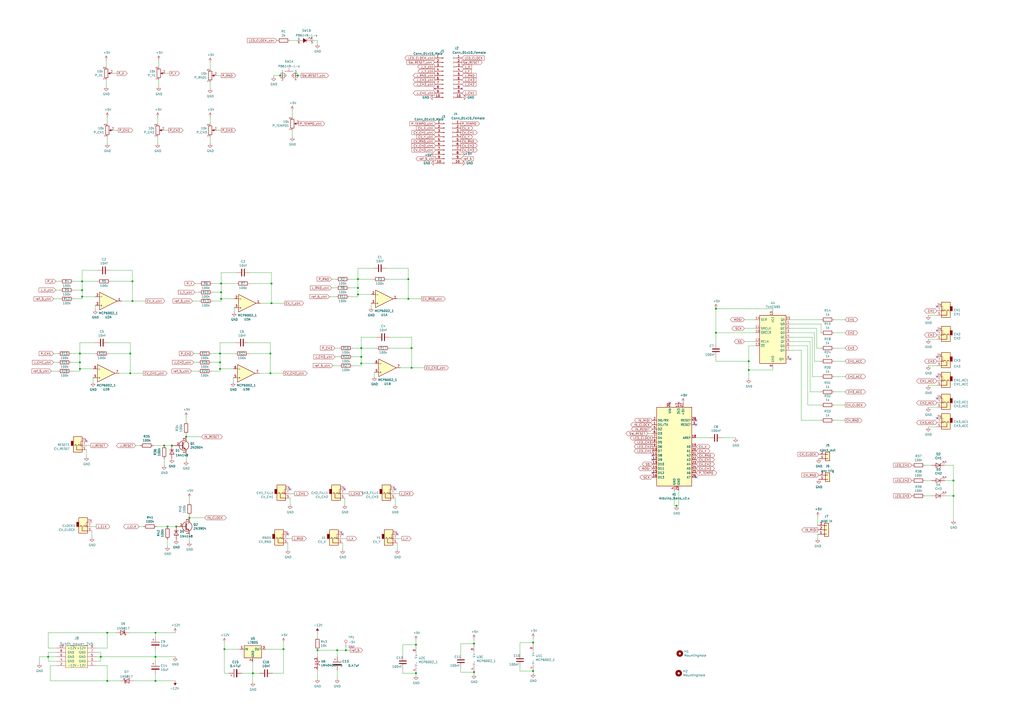
<source format=kicad_sch>
(kicad_sch (version 20211123) (generator eeschema)
  (paper "A2")
  (title_block (title "Lattice - KOSMO Mutable Instruments Grids clone") (date "2022-07-08") (rev "1"))
  (junction (at 434.34 209.55))
  (junction (at 415.29 179.07))
  (junction (at 90.17 367.03))
  (junction (at 236.855 173.355))
  (junction (at 209.55 207.01))
  (junction (at 156.845 216.535))
  (junction (at 127.635 205.105))
  (junction (at 207.645 170.815))
  (junction (at 209.55 201.93))
  (junction (at 434.34 214.63))
  (junction (at 76.835 163.195))
  (junction (at 184.15 377.19))
  (junction (at 76.835 174.625))
  (junction (at 241.3 374.015))
  (junction (at 62.23 367.03))
  (junction (at 47.625 168.275))
  (junction (at 75.565 216.535))
  (junction (at 109.855 300.355))
  (junction (at 46.355 213.995))
  (junction (at 102.235 305.435))
  (junction (at 238.76 213.36))
  (junction (at 47.625 163.195))
  (junction (at 58.42 381))
  (junction (at 274.955 373.38))
  (junction (at 97.155 305.435))
  (junction (at 46.355 210.185))
  (junction (at 309.245 372.745))
  (junction (at 209.55 210.82))
  (junction (at 553.085 287.655))
  (junction (at 392.43 293.37))
  (junction (at 238.76 201.93))
  (junction (at 107.95 253.365))
  (junction (at 236.855 161.925))
  (junction (at 127.635 213.995))
  (junction (at 27.94 381))
  (junction (at 195.58 377.19))
  (junction (at 46.355 205.105))
  (junction (at 415.29 193.04))
  (junction (at 162.56 43.815))
  (junction (at 553.085 278.765))
  (junction (at 172.72 43.815))
  (junction (at 200.66 377.19))
  (junction (at 75.565 205.105))
  (junction (at 157.48 164.465))
  (junction (at 47.625 172.085))
  (junction (at 62.23 394.97))
  (junction (at 95.25 258.445))
  (junction (at 146.685 390.525))
  (junction (at 274.955 389.89))
  (junction (at 90.17 381))
  (junction (at 90.17 394.97))
  (junction (at 128.27 173.355))
  (junction (at 130.175 376.555))
  (junction (at 99.695 258.445))
  (junction (at 127.635 210.185))
  (junction (at 157.48 175.895))
  (junction (at 207.645 167.005))
  (junction (at 241.3 390.525))
  (junction (at 309.245 389.255))
  (junction (at 128.27 164.465))
  (junction (at 128.27 169.545))
  (junction (at 156.845 205.105))
  (junction (at 207.645 161.925))
  (junction (at 164.465 376.555))
  (no_connect (at 403.86 243.84))
  (no_connect (at 378.46 266.7))
  (no_connect (at 378.46 274.32))
  (no_connect (at 229.235 283.845))
  (no_connect (at 200.025 283.845))
  (no_connect (at 252.095 51.435))
  (no_connect (at 267.97 51.435))
  (no_connect (at 198.755 309.88))
  (no_connect (at 230.505 309.88))
  (no_connect (at 543.56 231.14))
  (no_connect (at 543.56 242.57))
  (no_connect (at 543.56 177.8))
  (no_connect (at 543.56 218.44))
  (no_connect (at 543.56 191.77))
  (no_connect (at 543.56 207.01))
  (no_connect (at 168.275 283.845))
  (no_connect (at 167.005 309.88))
  (no_connect (at 50.165 255.905))
  (no_connect (at 403.86 246.38))
  (no_connect (at 403.86 276.86))
  (no_connect (at 388.62 233.68))
  (no_connect (at 458.47 208.28))
  (no_connect (at 378.46 264.16))
  (no_connect (at 393.7 233.68))
  (wire (pts (xy 200.66 377.19) (xy 203.2 377.19)))
  (wire (pts (xy 241.3 374.015) (xy 233.68 374.015)))
  (wire (pts (xy 309.245 372.745) (xy 309.245 374.015)))
  (wire (pts (xy 438.15 185.42) (xy 431.8 185.42)))
  (wire (pts (xy 169.545 75.565) (xy 169.545 79.375)))
  (wire (pts (xy 34.925 173.355) (xy 31.115 173.355)))
  (wire (pts (xy 42.545 163.195) (xy 47.625 163.195)))
  (wire (pts (xy 184.15 377.19) (xy 195.58 377.19)))
  (wire (pts (xy 483.87 209.55) (xy 490.22 209.55)))
  (wire (pts (xy 198.755 314.96) (xy 198.755 318.77)))
  (wire (pts (xy 209.55 201.93) (xy 209.55 195.58)))
  (wire (pts (xy 157.48 175.895) (xy 151.13 175.895)))
  (wire (pts (xy 209.55 207.01) (xy 209.55 210.82)))
  (wire (pts (xy 27.94 383.54) (xy 33.02 383.54)))
  (wire (pts (xy 47.625 173.355) (xy 42.545 173.355)))
  (wire (pts (xy 483.87 243.84) (xy 490.22 243.84)))
  (wire (pts (xy 90.17 394.97) (xy 101.6 394.97)))
  (wire (pts (xy 162.56 43.815) (xy 158.75 43.815)))
  (wire (pts (xy 121.92 40.005) (xy 121.92 36.195)))
  (wire (pts (xy 309.245 389.255) (xy 301.625 389.255)))
  (wire (pts (xy 438.15 200.66) (xy 434.34 200.66)))
  (wire (pts (xy 55.245 179.705) (xy 55.245 177.165)))
  (wire (pts (xy 144.145 198.755) (xy 156.845 198.755)))
  (wire (pts (xy 33.655 215.265) (xy 29.845 215.265)))
  (wire (pts (xy 47.625 168.275) (xy 47.625 172.085)))
  (wire (pts (xy 34.925 163.195) (xy 32.385 163.195)))
  (wire (pts (xy 127.635 198.755) (xy 136.525 198.755)))
  (wire (pts (xy 184.15 367.03) (xy 184.15 369.57)))
  (wire (pts (xy 468.63 234.95) (xy 468.63 200.66)))
  (wire (pts (xy 469.9 198.12) (xy 469.9 227.33)))
  (wire (pts (xy 130.175 376.555) (xy 130.175 372.745)))
  (wire (pts (xy 309.245 372.745) (xy 301.625 372.745)))
  (wire (pts (xy 95.25 266.065) (xy 95.25 269.875)))
  (wire (pts (xy 415.29 209.55) (xy 415.29 207.01)))
  (wire (pts (xy 58.42 378.46) (xy 58.42 381)))
  (wire (pts (xy 448.31 214.63) (xy 448.31 213.36)))
  (wire (pts (xy 125.73 75.565) (xy 128.27 75.565)))
  (wire (pts (xy 46.355 213.995) (xy 53.975 213.995)))
  (wire (pts (xy 476.25 218.44) (xy 471.17 218.44)))
  (wire (pts (xy 66.04 75.565) (xy 68.58 75.565)))
  (wire (pts (xy 184.15 23.495) (xy 184.15 25.4)))
  (wire (pts (xy 27.94 378.46) (xy 33.02 378.46)))
  (wire (pts (xy 34.925 168.275) (xy 32.385 168.275)))
  (wire (pts (xy 97.155 313.055) (xy 97.155 316.865)))
  (wire (pts (xy 61.595 46.355) (xy 61.595 50.165)))
  (wire (pts (xy 55.88 381) (xy 58.42 381)))
  (wire (pts (xy 483.87 185.42) (xy 490.22 185.42)))
  (wire (pts (xy 46.355 210.185) (xy 41.275 210.185)))
  (wire (pts (xy 415.29 179.07) (xy 448.31 179.07)))
  (wire (pts (xy 164.465 390.525) (xy 164.465 376.555)))
  (wire (pts (xy 77.47 394.97) (xy 90.17 394.97)))
  (wire (pts (xy 375.92 251.46) (xy 378.46 251.46)))
  (wire (pts (xy 207.645 161.925) (xy 216.535 161.925)))
  (wire (pts (xy 88.9 258.445) (xy 95.25 258.445)))
  (wire (pts (xy 204.47 201.93) (xy 209.55 201.93)))
  (wire (pts (xy 196.85 212.09) (xy 193.04 212.09)))
  (wire (pts (xy 114.935 210.185) (xy 112.395 210.185)))
  (wire (pts (xy 62.23 375.92) (xy 55.88 375.92)))
  (wire (pts (xy 58.42 381) (xy 90.17 381)))
  (wire (pts (xy 476.25 201.93) (xy 473.71 201.93)))
  (wire (pts (xy 135.255 221.615) (xy 135.255 219.075)))
  (wire (pts (xy 55.88 386.08) (xy 62.23 386.08)))
  (wire (pts (xy 536.575 278.765) (xy 540.385 278.765)))
  (wire (pts (xy 83.185 305.435) (xy 80.645 305.435)))
  (wire (pts (xy 543.56 247.65) (xy 538.48 247.65)))
  (wire (pts (xy 238.76 213.36) (xy 232.41 213.36)))
  (wire (pts (xy 241.3 391.795) (xy 241.3 390.525)))
  (wire (pts (xy 548.005 278.765) (xy 553.085 278.765)))
  (wire (pts (xy 90.17 367.03) (xy 90.17 369.57)))
  (wire (pts (xy 62.23 71.755) (xy 62.23 67.945)))
  (wire (pts (xy 415.29 193.04) (xy 415.29 179.07)))
  (wire (pts (xy 156.845 216.535) (xy 164.465 216.535)))
  (wire (pts (xy 207.645 172.085) (xy 202.565 172.085)))
  (wire (pts (xy 434.34 214.63) (xy 448.31 214.63)))
  (wire (pts (xy 100.33 258.445) (xy 99.695 258.445)))
  (wire (pts (xy 162.56 43.815) (xy 162.56 45.085)))
  (wire (pts (xy 90.17 381) (xy 90.17 383.54)))
  (wire (pts (xy 167.005 314.96) (xy 167.005 318.77)))
  (wire (pts (xy 127.635 213.995) (xy 135.255 213.995)))
  (wire (pts (xy 114.935 215.265) (xy 111.125 215.265)))
  (wire (pts (xy 27.94 367.03) (xy 62.23 367.03)))
  (wire (pts (xy 274.955 373.38) (xy 267.335 373.38)))
  (wire (pts (xy 458.47 195.58) (xy 471.17 195.58)))
  (wire (pts (xy 146.685 390.525) (xy 146.685 395.605)))
  (wire (pts (xy 156.845 216.535) (xy 150.495 216.535)))
  (wire (pts (xy 29.21 394.97) (xy 29.21 386.08)))
  (wire (pts (xy 146.685 390.525) (xy 150.495 390.525)))
  (wire (pts (xy 474.345 299.72) (xy 474.345 304.8)))
  (wire (pts (xy 434.34 214.63) (xy 434.34 219.71)))
  (wire (pts (xy 548.005 269.875) (xy 553.085 269.875)))
  (wire (pts (xy 548.005 287.655) (xy 553.085 287.655)))
  (wire (pts (xy 543.56 196.85) (xy 538.48 196.85)))
  (wire (pts (xy 458.47 187.96) (xy 476.25 187.96)))
  (wire (pts (xy 438.15 193.04) (xy 415.29 193.04)))
  (wire (pts (xy 458.47 193.04) (xy 472.44 193.04)))
  (wire (pts (xy 238.76 213.36) (xy 246.38 213.36)))
  (wire (pts (xy 238.76 195.58) (xy 238.76 201.93)))
  (wire (pts (xy 22.86 381) (xy 27.94 381)))
  (wire (pts (xy 236.855 161.925) (xy 236.855 173.355)))
  (wire (pts (xy 53.34 305.435) (xy 55.88 305.435)))
  (wire (pts (xy 115.57 169.545) (xy 113.03 169.545)))
  (wire (pts (xy 168.275 23.495) (xy 172.085 23.495)))
  (wire (pts (xy 217.17 218.44) (xy 217.17 215.9)))
  (wire (pts (xy 46.355 215.265) (xy 41.275 215.265)))
  (wire (pts (xy 274.955 389.89) (xy 267.335 389.89)))
  (wire (pts (xy 207.645 167.005) (xy 202.565 167.005)))
  (wire (pts (xy 391.16 284.48) (xy 391.16 293.37)))
  (wire (pts (xy 115.57 164.465) (xy 113.03 164.465)))
  (wire (pts (xy 236.855 173.355) (xy 230.505 173.355)))
  (wire (pts (xy 543.56 182.88) (xy 538.48 182.88)))
  (wire (pts (xy 207.645 167.005) (xy 207.645 170.815)))
  (wire (pts (xy 172.72 43.815) (xy 174.625 43.815)))
  (wire (pts (xy 127.635 210.185) (xy 122.555 210.185)))
  (wire (pts (xy 109.855 291.465) (xy 109.855 288.925)))
  (wire (pts (xy 46.355 205.105) (xy 46.355 198.755)))
  (wire (pts (xy 472.44 209.55) (xy 476.25 209.55)))
  (wire (pts (xy 128.27 158.115) (xy 137.16 158.115)))
  (wire (pts (xy 224.155 161.925) (xy 236.855 161.925)))
  (wire (pts (xy 473.71 190.5) (xy 473.71 201.93)))
  (wire (pts (xy 233.68 390.525) (xy 233.68 387.985)))
  (wire (pts (xy 65.405 42.545) (xy 67.945 42.545)))
  (wire (pts (xy 50.165 258.445) (xy 52.705 258.445)))
  (wire (pts (xy 81.28 258.445) (xy 78.74 258.445)))
  (wire (pts (xy 301.625 389.255) (xy 301.625 386.715)))
  (wire (pts (xy 267.335 389.89) (xy 267.335 387.35)))
  (wire (pts (xy 91.44 71.755) (xy 91.44 67.945)))
  (wire (pts (xy 419.1 254) (xy 426.72 254)))
  (wire (pts (xy 172.72 42.545) (xy 172.72 43.815)))
  (wire (pts (xy 403.86 254) (xy 411.48 254)))
  (wire (pts (xy 29.21 386.08) (xy 33.02 386.08)))
  (wire (pts (xy 128.27 174.625) (xy 128.27 173.355)))
  (wire (pts (xy 196.85 201.93) (xy 194.31 201.93)))
  (wire (pts (xy 229.235 288.925) (xy 229.235 292.735)))
  (wire (pts (xy 127.635 205.105) (xy 136.525 205.105)))
  (wire (pts (xy 33.655 210.185) (xy 31.115 210.185)))
  (wire (pts (xy 483.87 201.93) (xy 490.22 201.93)))
  (wire (pts (xy 241.3 371.475) (xy 241.3 374.015)))
  (wire (pts (xy 157.48 164.465) (xy 157.48 175.895)))
  (wire (pts (xy 135.89 180.975) (xy 135.89 178.435)))
  (wire (pts (xy 553.085 278.765) (xy 553.085 287.655)))
  (wire (pts (xy 122.555 205.105) (xy 127.635 205.105)))
  (wire (pts (xy 233.68 374.015) (xy 233.68 380.365)))
  (wire (pts (xy 128.27 164.465) (xy 137.16 164.465)))
  (wire (pts (xy 75.565 198.755) (xy 75.565 205.105)))
  (wire (pts (xy 301.625 372.745) (xy 301.625 379.095)))
  (wire (pts (xy 90.17 377.19) (xy 90.17 381)))
  (wire (pts (xy 198.755 312.42) (xy 201.295 312.42)))
  (wire (pts (xy 195.58 388.62) (xy 195.58 393.7)))
  (wire (pts (xy 158.75 43.815) (xy 158.75 44.45)))
  (wire (pts (xy 62.23 367.03) (xy 67.31 367.03)))
  (wire (pts (xy 47.625 156.845) (xy 56.515 156.845)))
  (wire (pts (xy 476.25 187.96) (xy 476.25 193.04)))
  (wire (pts (xy 156.845 205.105) (xy 156.845 216.535)))
  (wire (pts (xy 90.17 381) (xy 101.6 381)))
  (wire (pts (xy 41.275 205.105) (xy 46.355 205.105)))
  (wire (pts (xy 230.505 312.42) (xy 233.045 312.42)))
  (wire (pts (xy 128.27 164.465) (xy 128.27 158.115)))
  (wire (pts (xy 62.23 79.375) (xy 62.23 83.185)))
  (wire (pts (xy 107.95 253.365) (xy 116.84 253.365)))
  (wire (pts (xy 168.275 288.925) (xy 168.275 292.735)))
  (wire (pts (xy 172.72 43.815) (xy 172.72 45.085)))
  (wire (pts (xy 107.95 244.475) (xy 107.95 241.935)))
  (wire (pts (xy 58.42 383.54) (xy 55.88 383.54)))
  (wire (pts (xy 207.645 161.925) (xy 207.645 155.575)))
  (wire (pts (xy 458.47 185.42) (xy 476.25 185.42)))
  (wire (pts (xy 209.55 210.82) (xy 217.17 210.82)))
  (wire (pts (xy 95.25 75.565) (xy 97.79 75.565)))
  (wire (pts (xy 196.85 207.01) (xy 194.31 207.01)))
  (wire (pts (xy 61.595 38.735) (xy 61.595 34.925)))
  (wire (pts (xy 130.175 390.525) (xy 132.715 390.525)))
  (wire (pts (xy 76.835 174.625) (xy 84.455 174.625)))
  (wire (pts (xy 128.27 173.355) (xy 135.89 173.355)))
  (wire (pts (xy 76.835 174.625) (xy 70.485 174.625)))
  (wire (pts (xy 27.94 375.92) (xy 33.02 375.92)))
  (wire (pts (xy 121.92 71.755) (xy 121.92 67.945)))
  (wire (pts (xy 391.16 293.37) (xy 392.43 293.37)))
  (wire (pts (xy 99.695 258.445) (xy 95.25 258.445)))
  (wire (pts (xy 125.73 43.815) (xy 128.27 43.815)))
  (wire (pts (xy 123.19 164.465) (xy 128.27 164.465)))
  (wire (pts (xy 62.865 198.755) (xy 75.565 198.755)))
  (wire (pts (xy 226.06 195.58) (xy 238.76 195.58)))
  (wire (pts (xy 69.85 394.97) (xy 62.23 394.97)))
  (wire (pts (xy 267.335 373.38) (xy 267.335 379.73)))
  (wire (pts (xy 182.245 23.495) (xy 184.15 23.495)))
  (wire (pts (xy 75.565 216.535) (xy 69.215 216.535)))
  (wire (pts (xy 90.805 305.435) (xy 97.155 305.435)))
  (wire (pts (xy 207.645 172.085) (xy 207.645 170.815)))
  (wire (pts (xy 158.115 390.525) (xy 164.465 390.525)))
  (wire (pts (xy 55.88 378.46) (xy 58.42 378.46)))
  (wire (pts (xy 157.48 158.115) (xy 157.48 164.465)))
  (wire (pts (xy 474.345 309.88) (xy 474.345 312.42)))
  (wire (pts (xy 33.655 205.105) (xy 31.115 205.105)))
  (wire (pts (xy 107.95 263.525) (xy 107.95 267.335)))
  (wire (pts (xy 184.15 388.62) (xy 184.15 393.7)))
  (wire (pts (xy 195.58 377.19) (xy 200.66 377.19)))
  (wire (pts (xy 46.355 205.105) (xy 46.355 210.185)))
  (wire (pts (xy 46.355 210.185) (xy 46.355 213.995)))
  (wire (pts (xy 274.955 373.38) (xy 274.955 374.65)))
  (wire (pts (xy 458.47 190.5) (xy 473.71 190.5)))
  (wire (pts (xy 464.82 243.84) (xy 476.25 243.84)))
  (wire (pts (xy 92.075 38.735) (xy 92.075 34.925)))
  (wire (pts (xy 458.47 198.12) (xy 469.9 198.12)))
  (wire (pts (xy 543.56 223.52) (xy 538.48 223.52)))
  (wire (pts (xy 434.34 209.55) (xy 434.34 214.63)))
  (wire (pts (xy 109.855 310.515) (xy 109.855 314.325)))
  (wire (pts (xy 27.94 375.92) (xy 27.94 367.03)))
  (wire (pts (xy 109.855 300.355) (xy 118.745 300.355)))
  (wire (pts (xy 392.43 293.37) (xy 393.7 293.37)))
  (wire (pts (xy 115.57 174.625) (xy 111.76 174.625)))
  (wire (pts (xy 236.855 173.355) (xy 244.475 173.355)))
  (wire (pts (xy 393.7 293.37) (xy 393.7 284.48)))
  (wire (pts (xy 209.55 212.09) (xy 204.47 212.09)))
  (wire (pts (xy 102.235 305.435) (xy 97.155 305.435)))
  (wire (pts (xy 209.55 201.93) (xy 209.55 207.01)))
  (wire (pts (xy 415.29 193.04) (xy 415.29 199.39)))
  (wire (pts (xy 144.78 158.115) (xy 157.48 158.115)))
  (wire (pts (xy 64.135 163.195) (xy 76.835 163.195)))
  (wire (pts (xy 107.95 253.365) (xy 107.95 252.095)))
  (wire (pts (xy 75.565 216.535) (xy 83.185 216.535)))
  (wire (pts (xy 209.55 195.58) (xy 218.44 195.58)))
  (wire (pts (xy 458.47 200.66) (xy 468.63 200.66)))
  (wire (pts (xy 27.94 381) (xy 33.02 381)))
  (wire (pts (xy 464.82 203.2) (xy 464.82 243.84)))
  (wire (pts (xy 47.625 173.355) (xy 47.625 172.085)))
  (wire (pts (xy 230.505 314.96) (xy 230.505 318.77)))
  (wire (pts (xy 127.635 205.105) (xy 127.635 210.185)))
  (wire (pts (xy 128.27 164.465) (xy 128.27 169.545)))
  (wire (pts (xy 91.44 79.375) (xy 91.44 83.185)))
  (wire (pts (xy 47.625 163.195) (xy 56.515 163.195)))
  (wire (pts (xy 121.92 47.625) (xy 121.92 51.435)))
  (wire (pts (xy 146.685 390.525) (xy 140.335 390.525)))
  (wire (pts (xy 458.47 203.2) (xy 464.82 203.2)))
  (wire (pts (xy 47.625 168.275) (xy 42.545 168.275)))
  (wire (pts (xy 194.945 172.085) (xy 191.135 172.085)))
  (wire (pts (xy 76.835 163.195) (xy 76.835 174.625)))
  (wire (pts (xy 144.145 205.105) (xy 156.845 205.105)))
  (wire (pts (xy 274.955 370.84) (xy 274.955 373.38)))
  (wire (pts (xy 127.635 205.105) (xy 127.635 198.755)))
  (wire (pts (xy 236.855 155.575) (xy 236.855 161.925)))
  (wire (pts (xy 207.645 161.925) (xy 207.645 167.005)))
  (wire (pts (xy 483.87 193.04) (xy 490.22 193.04)))
  (wire (pts (xy 47.625 163.195) (xy 47.625 168.275)))
  (wire (pts (xy 241.3 374.015) (xy 241.3 375.285)))
  (wire (pts (xy 128.27 169.545) (xy 128.27 173.355)))
  (wire (pts (xy 62.23 367.03) (xy 62.23 375.92)))
  (wire (pts (xy 95.885 42.545) (xy 98.425 42.545)))
  (wire (pts (xy 128.27 174.625) (xy 123.19 174.625)))
  (wire (pts (xy 58.42 381) (xy 58.42 383.54)))
  (wire (pts (xy 207.645 170.815) (xy 215.265 170.815)))
  (wire (pts (xy 27.94 381) (xy 27.94 383.54)))
  (wire (pts (xy 438.15 198.12) (xy 431.8 198.12)))
  (wire (pts (xy 50.165 260.985) (xy 50.165 264.795)))
  (wire (pts (xy 167.005 312.42) (xy 169.545 312.42)))
  (wire (pts (xy 448.31 179.07) (xy 448.31 180.34)))
  (wire (pts (xy 127.635 210.185) (xy 127.635 213.995)))
  (wire (pts (xy 169.545 67.945) (xy 169.545 64.135)))
  (wire (pts (xy 543.56 236.22) (xy 538.48 236.22)))
  (wire (pts (xy 109.855 300.355) (xy 109.855 299.085)))
  (wire (pts (xy 46.355 198.755) (xy 55.245 198.755)))
  (wire (pts (xy 274.955 391.16) (xy 274.955 389.89)))
  (wire (pts (xy 202.565 161.925) (xy 207.645 161.925)))
  (wire (pts (xy 483.87 234.95) (xy 490.22 234.95)))
  (wire (pts (xy 130.175 376.555) (xy 130.175 390.525)))
  (wire (pts (xy 27.94 378.46) (xy 27.94 381)))
  (wire (pts (xy 47.625 163.195) (xy 47.625 156.845)))
  (wire (pts (xy 434.34 200.66) (xy 434.34 209.55)))
  (wire (pts (xy 200.66 375.285) (xy 200.66 377.19)))
  (wire (pts (xy 194.945 167.005) (xy 192.405 167.005)))
  (wire (pts (xy 75.565 205.105) (xy 75.565 216.535)))
  (wire (pts (xy 92.075 46.355) (xy 92.075 50.165)))
  (wire (pts (xy 209.55 212.09) (xy 209.55 210.82)))
  (wire (pts (xy 309.245 370.205) (xy 309.245 372.745)))
  (wire (pts (xy 543.56 212.09) (xy 538.48 212.09)))
  (wire (pts (xy 130.175 376.555) (xy 139.065 376.555)))
  (wire (pts (xy 62.23 386.08) (xy 62.23 394.97)))
  (wire (pts (xy 415.29 209.55) (xy 434.34 209.55)))
  (wire (pts (xy 536.575 269.875) (xy 540.385 269.875)))
  (wire (pts (xy 127.635 215.265) (xy 122.555 215.265)))
  (wire (pts (xy 22.86 381) (xy 22.86 384.81)))
  (wire (pts (xy 194.945 161.925) (xy 192.405 161.925)))
  (wire (pts (xy 438.15 190.5) (xy 431.8 190.5)))
  (wire (pts (xy 226.06 201.93) (xy 238.76 201.93)))
  (wire (pts (xy 209.55 207.01) (xy 204.47 207.01)))
  (wire (pts (xy 472.44 193.04) (xy 472.44 209.55)))
  (wire (pts (xy 46.355 215.265) (xy 46.355 213.995)))
  (wire (pts (xy 200.025 286.385) (xy 202.565 286.385)))
  (wire (pts (xy 114.935 205.105) (xy 112.395 205.105)))
  (wire (pts (xy 46.355 205.105) (xy 55.245 205.105)))
  (wire (pts (xy 144.78 164.465) (xy 157.48 164.465)))
  (wire (pts (xy 121.92 79.375) (xy 121.92 83.185)))
  (wire (pts (xy 309.245 390.525) (xy 309.245 389.255)))
  (wire (pts (xy 146.685 384.175) (xy 146.685 390.525)))
  (wire (pts (xy 536.575 287.655) (xy 540.385 287.655)))
  (wire (pts (xy 90.17 394.97) (xy 90.17 391.16)))
  (wire (pts (xy 62.865 205.105) (xy 75.565 205.105)))
  (wire (pts (xy 47.625 172.085) (xy 55.245 172.085)))
  (wire (pts (xy 238.76 201.93) (xy 238.76 213.36)))
  (wire (pts (xy 64.135 156.845) (xy 76.835 156.845)))
  (wire (pts (xy 184.15 381) (xy 184.15 377.19)))
  (wire (pts (xy 127.635 215.265) (xy 127.635 213.995)))
  (wire (pts (xy 90.17 367.03) (xy 101.6 367.03)))
  (wire (pts (xy 468.63 234.95) (xy 476.25 234.95)))
  (wire (pts (xy 553.085 287.655) (xy 553.085 301.625)))
  (wire (pts (xy 483.87 227.33) (xy 490.22 227.33)))
  (wire (pts (xy 471.17 195.58) (xy 471.17 218.44)))
  (wire (pts (xy 164.465 376.555) (xy 164.465 372.745)))
  (wire (pts (xy 200.025 288.925) (xy 200.025 292.735)))
  (wire (pts (xy 224.155 155.575) (xy 236.855 155.575)))
  (wire (pts (xy 53.34 307.975) (xy 53.34 311.785)))
  (wire (pts (xy 207.645 155.575) (xy 216.535 155.575)))
  (wire (pts (xy 128.27 169.545) (xy 123.19 169.545)))
  (wire (pts (xy 162.56 42.545) (xy 162.56 43.815)))
  (wire (pts (xy 195.58 377.19) (xy 195.58 381)))
  (wire (pts (xy 209.55 201.93) (xy 218.44 201.93)))
  (wire (pts (xy 229.235 286.385) (xy 231.775 286.385)))
  (wire (pts (xy 29.21 394.97) (xy 62.23 394.97)))
  (wire (pts (xy 156.845 198.755) (xy 156.845 205.105)))
  (wire (pts (xy 483.87 218.44) (xy 490.22 218.44)))
  (wire (pts (xy 215.265 178.435) (xy 215.265 175.895)))
  (wire (pts (xy 553.085 269.875) (xy 553.085 278.765)))
  (wire (pts (xy 476.25 227.33) (xy 469.9 227.33)))
  (wire (pts (xy 76.835 156.845) (xy 76.835 163.195)))
  (wire (pts (xy 157.48 175.895) (xy 165.1 175.895)))
  (wire (pts (xy 241.3 390.525) (xy 233.68 390.525)))
  (wire (pts (xy 53.975 221.615) (xy 53.975 219.075)))
  (wire (pts (xy 164.465 376.555) (xy 154.305 376.555)))
  (wire (pts (xy 74.93 367.03) (xy 90.17 367.03)))
  (wire (pts (xy 168.275 286.385) (xy 170.815 286.385)))
  (global_label "IN_CLOCK" (shape bidirectional) (at 118.745 300.355 0) (property "Intersheet References" "${INTERSHEET_REFS}" (effects hide)))
  (global_label "CV_RND_ctrl" (shape input) (at 252.73 81.915 180) (property "Intersheet References" "${INTERSHEET_REFS}" (effects hide)))
  (global_label "IN_MIDI" (shape output) (at 474.345 307.34 180) (property "Intersheet References" "${INTERSHEET_REFS}" (effects hide)))
  (global_label "CV_X" (shape bidirectional) (at 403.86 259.08 0) (property "Intersheet References" "${INTERSHEET_REFS}" (effects hide)))
  (global_label "CV_CH3_ctrl" (shape output) (at 246.38 213.36 0) (property "Intersheet References" "${INTERSHEET_REFS}" (effects hide)))
  (global_label "CV_Y" (shape bidirectional) (at 403.86 261.62 0) (property "Intersheet References" "${INTERSHEET_REFS}" (effects hide)))
  (global_label "CV_CH2_ctrl" (shape input) (at 252.73 84.455 180) (property "Intersheet References" "${INTERSHEET_REFS}" (effects hide)))
  (global_label "J_CH2" (shape output) (at 202.565 286.385 0) (property "Intersheet References" "${INTERSHEET_REFS}" (effects hide)))
  (global_label "CH1_ACC" (shape bidirectional) (at 543.56 220.98 180) (property "Intersheet References" "${INTERSHEET_REFS}" (effects hide)))
  (global_label "LED_CH2" (shape input) (at 528.955 278.765 180) (property "Intersheet References" "${INTERSHEET_REFS}" (effects hide)))
  (global_label "CV_Y_ctrl" (shape input) (at 252.73 79.375 180) (property "Intersheet References" "${INTERSHEET_REFS}" (effects hide)))
  (global_label "J_RESET" (shape bidirectional) (at 78.74 258.445 180) (property "Intersheet References" "${INTERSHEET_REFS}" (effects hide)))
  (global_label "J_RND" (shape input) (at 267.97 43.815 0) (property "Intersheet References" "${INTERSHEET_REFS}" (effects hide)))
  (global_label "P_TEMPO" (shape bidirectional) (at 403.86 274.32 0) (property "Intersheet References" "${INTERSHEET_REFS}" (effects hide)))
  (global_label "CV_CH3_ctrl" (shape input) (at 252.73 86.995 180) (property "Intersheet References" "${INTERSHEET_REFS}" (effects hide)))
  (global_label "J_RND_ctrl" (shape output) (at 252.095 43.815 180) (property "Intersheet References" "${INTERSHEET_REFS}" (effects hide)))
  (global_label "ref_5_ctrl" (shape input) (at 29.845 215.265 180) (property "Intersheet References" "${INTERSHEET_REFS}" (effects hide)))
  (global_label "J_Y" (shape output) (at 233.045 312.42 0) (property "Intersheet References" "${INTERSHEET_REFS}" (effects hide)))
  (global_label "CH3_ACC" (shape bidirectional) (at 543.56 245.11 180) (property "Intersheet References" "${INTERSHEET_REFS}" (effects hide)))
  (global_label "P_CH1" (shape input) (at 31.115 205.105 180) (property "Intersheet References" "${INTERSHEET_REFS}" (effects hide)))
  (global_label "J_RND" (shape output) (at 169.545 312.42 0) (property "Intersheet References" "${INTERSHEET_REFS}" (effects hide)))
  (global_label "J_Y_ctrl" (shape output) (at 252.095 41.275 180) (property "Intersheet References" "${INTERSHEET_REFS}" (effects hide)))
  (global_label "CV_RND" (shape output) (at 267.335 81.915 0) (property "Intersheet References" "${INTERSHEET_REFS}" (effects hide)))
  (global_label "P_X" (shape output) (at 67.945 42.545 0) (property "Intersheet References" "${INTERSHEET_REFS}" (effects hide)))
  (global_label "CV_CH1" (shape bidirectional) (at 403.86 266.7 0) (property "Intersheet References" "${INTERSHEET_REFS}" (effects hide)))
  (global_label "LED_CH3" (shape input) (at 528.955 287.655 180) (property "Intersheet References" "${INTERSHEET_REFS}" (effects hide)))
  (global_label "CV_CH2" (shape bidirectional) (at 403.86 269.24 0) (property "Intersheet References" "${INTERSHEET_REFS}" (effects hide)))
  (global_label "ref_5_ctrl" (shape input) (at 111.125 215.265 180) (property "Intersheet References" "${INTERSHEET_REFS}" (effects hide)))
  (global_label "LED_CLOCK_ctrl" (shape input) (at 160.655 23.495 180) (property "Intersheet References" "${INTERSHEET_REFS}" (effects hide)))
  (global_label "LED_CLOCK_ctrl" (shape output) (at 252.095 33.655 180) (property "Intersheet References" "${INTERSHEET_REFS}" (effects hide)))
  (global_label "J_CH2_ctrl" (shape input) (at 112.395 210.185 180) (property "Intersheet References" "${INTERSHEET_REFS}" (effects hide)))
  (global_label "SCK" (shape bidirectional) (at 431.8 190.5 180) (property "Intersheet References" "${INTERSHEET_REFS}" (effects hide)))
  (global_label "CH1" (shape bidirectional) (at 490.22 185.42 0) (property "Intersheet References" "${INTERSHEET_REFS}" (effects hide)))
  (global_label "J_CH2" (shape input) (at 267.97 48.895 0) (property "Intersheet References" "${INTERSHEET_REFS}" (effects hide)))
  (global_label "CV_RND" (shape bidirectional) (at 403.86 264.16 0) (property "Intersheet References" "${INTERSHEET_REFS}" (effects hide)))
  (global_label "LED_CLOCK" (shape input) (at 267.97 33.655 0) (property "Intersheet References" "${INTERSHEET_REFS}" (effects hide)))
  (global_label "CV_X_ctrl" (shape input) (at 252.73 74.295 180) (property "Intersheet References" "${INTERSHEET_REFS}" (effects hide)))
  (global_label "CH_RND" (shape output) (at 490.22 243.84 0) (property "Intersheet References" "${INTERSHEET_REFS}" (effects hide)))
  (global_label "MOSI" (shape bidirectional) (at 431.8 185.42 180) (property "Intersheet References" "${INTERSHEET_REFS}" (effects hide)))
  (global_label "P_CH3" (shape output) (at 128.27 75.565 0) (property "Intersheet References" "${INTERSHEET_REFS}" (effects hide)))
  (global_label "CV_CH1_ctrl" (shape input) (at 252.73 76.835 180) (property "Intersheet References" "${INTERSHEET_REFS}" (effects hide)))
  (global_label "SS" (shape bidirectional) (at 431.8 198.12 180) (property "Intersheet References" "${INTERSHEET_REFS}" (effects hide)))
  (global_label "CV_CH1" (shape output) (at 267.335 76.835 0) (property "Intersheet References" "${INTERSHEET_REFS}" (effects hide)))
  (global_label "ref_5" (shape output) (at 203.2 377.19 0) (property "Intersheet References" "${INTERSHEET_REFS}" (effects hide)))
  (global_label "J_CH1_ctrl" (shape output) (at 252.095 53.975 180) (property "Intersheet References" "${INTERSHEET_REFS}" (effects hide)))
  (global_label "ref_5_ctrl" (shape input) (at 31.115 173.355 180) (property "Intersheet References" "${INTERSHEET_REFS}" (effects hide)))
  (global_label "J_CH3" (shape output) (at 231.775 286.385 0) (property "Intersheet References" "${INTERSHEET_REFS}" (effects hide)))
  (global_label "CH2_ACC" (shape bidirectional) (at 490.22 218.44 0) (property "Intersheet References" "${INTERSHEET_REFS}" (effects hide)))
  (global_label "SCK" (shape bidirectional) (at 378.46 276.86 180) (property "Intersheet References" "${INTERSHEET_REFS}" (effects hide)))
  (global_label "ref_5_ctrl" (shape input) (at 193.04 212.09 180) (property "Intersheet References" "${INTERSHEET_REFS}" (effects hide)))
  (global_label "J_CH3" (shape input) (at 267.97 46.355 0) (property "Intersheet References" "${INTERSHEET_REFS}" (effects hide)))
  (global_label "J_Y" (shape input) (at 267.97 41.275 0) (property "Intersheet References" "${INTERSHEET_REFS}" (effects hide)))
  (global_label "ref_5" (shape input) (at 267.335 92.075 0) (property "Intersheet References" "${INTERSHEET_REFS}" (effects hide)))
  (global_label "P_RND" (shape input) (at 192.405 161.925 180) (property "Intersheet References" "${INTERSHEET_REFS}" (effects hide)))
  (global_label "J_X_ctrl" (shape input) (at 32.385 168.275 180) (property "Intersheet References" "${INTERSHEET_REFS}" (effects hide)))
  (global_label "J_X" (shape output) (at 201.295 312.42 0) (property "Intersheet References" "${INTERSHEET_REFS}" (effects hide)))
  (global_label "CV_CH1_ctrl" (shape output) (at 83.185 216.535 0) (property "Intersheet References" "${INTERSHEET_REFS}" (effects hide)))
  (global_label "CH2_ACC" (shape bidirectional) (at 543.56 233.68 180) (property "Intersheet References" "${INTERSHEET_REFS}" (effects hide)))
  (global_label "P_CH1" (shape output) (at 68.58 75.565 0) (property "Intersheet References" "${INTERSHEET_REFS}" (effects hide)))
  (global_label "SW_RESET" (shape bidirectional) (at 375.92 251.46 180) (property "Intersheet References" "${INTERSHEET_REFS}" (effects hide)))
  (global_label "J_CH1_ctrl" (shape input) (at 31.115 210.185 180) (property "Intersheet References" "${INTERSHEET_REFS}" (effects hide)))
  (global_label "P_CH3" (shape input) (at 194.31 201.93 180) (property "Intersheet References" "${INTERSHEET_REFS}" (effects hide)))
  (global_label "CV_CH2" (shape output) (at 267.335 84.455 0) (property "Intersheet References" "${INTERSHEET_REFS}" (effects hide)))
  (global_label "J_CH3_ctrl" (shape input) (at 194.31 207.01 180) (property "Intersheet References" "${INTERSHEET_REFS}" (effects hide)))
  (global_label "LED_CH3" (shape output) (at 378.46 256.54 180) (property "Intersheet References" "${INTERSHEET_REFS}" (effects hide)))
  (global_label "SW_RESET" (shape output) (at 267.97 36.195 0) (property "Intersheet References" "${INTERSHEET_REFS}" (effects hide)))
  (global_label "IN_RESET" (shape bidirectional) (at 116.84 253.365 0) (property "Intersheet References" "${INTERSHEET_REFS}" (effects hide)))
  (global_label "J_CH1" (shape output) (at 170.815 286.385 0) (property "Intersheet References" "${INTERSHEET_REFS}" (effects hide)))
  (global_label "IN_CLOCK" (shape bidirectional) (at 378.46 246.38 180) (property "Intersheet References" "${INTERSHEET_REFS}" (effects hide)))
  (global_label "SW_RESET_ctrl" (shape input) (at 252.095 36.195 180) (property "Intersheet References" "${INTERSHEET_REFS}" (effects hide)))
  (global_label "CV_X" (shape output) (at 267.335 74.295 0) (property "Intersheet References" "${INTERSHEET_REFS}" (effects hide)))
  (global_label "P_TEMPO" (shape output) (at 267.335 71.755 0) (property "Intersheet References" "${INTERSHEET_REFS}" (effects hide)))
  (global_label "P_X" (shape input) (at 32.385 163.195 180) (property "Intersheet References" "${INTERSHEET_REFS}" (effects hide)))
  (global_label "P_RND" (shape output) (at 128.27 43.815 0) (property "Intersheet References" "${INTERSHEET_REFS}" (effects hide)))
  (global_label "J_CH2_ctrl" (shape output) (at 252.095 48.895 180) (property "Intersheet References" "${INTERSHEET_REFS}" (effects hide)))
  (global_label "CH3" (shape bidirectional) (at 543.56 209.55 180) (property "Intersheet References" "${INTERSHEET_REFS}" (effects hide)))
  (global_label "J_CH1" (shape input) (at 267.97 53.975 0) (property "Intersheet References" "${INTERSHEET_REFS}" (effects hide)))
  (global_label "IN_RESET" (shape bidirectional) (at 378.46 248.92 180) (property "Intersheet References" "${INTERSHEET_REFS}" (effects hide)))
  (global_label "CV_Y" (shape output) (at 267.335 79.375 0) (property "Intersheet References" "${INTERSHEET_REFS}" (effects hide)))
  (global_label "LED_CLOCK" (shape output) (at 378.46 254 180) (property "Intersheet References" "${INTERSHEET_REFS}" (effects hide)))
  (global_label "P_CH2" (shape input) (at 112.395 205.105 180) (property "Intersheet References" "${INTERSHEET_REFS}" (effects hide)))
  (global_label "LED_CH1" (shape output) (at 378.46 261.62 180) (property "Intersheet References" "${INTERSHEET_REFS}" (effects hide)))
  (global_label "J_RND_ctrl" (shape input) (at 192.405 167.005 180) (property "Intersheet References" "${INTERSHEET_REFS}" (effects hide)))
  (global_label "CV_CH3" (shape bidirectional) (at 403.86 271.78 0) (property "Intersheet References" "${INTERSHEET_REFS}" (effects hide)))
  (global_label "ref_5_ctrl" (shape input) (at 191.135 172.085 180) (property "Intersheet References" "${INTERSHEET_REFS}" (effects hide)))
  (global_label "ref_5_ctrl" (shape output) (at 252.73 92.075 180) (property "Intersheet References" "${INTERSHEET_REFS}" (effects hide)))
  (global_label "CV_CH3" (shape output) (at 267.335 86.995 0) (property "Intersheet References" "${INTERSHEET_REFS}" (effects hide)))
  (global_label "IN_MIDI" (shape bidirectional) (at 378.46 243.84 180) (property "Intersheet References" "${INTERSHEET_REFS}" (effects hide)))
  (global_label "P_Y" (shape output) (at 98.425 42.545 0) (property "Intersheet References" "${INTERSHEET_REFS}" (effects hide)))
  (global_label "P_CH2" (shape output) (at 97.79 75.565 0) (property "Intersheet References" "${INTERSHEET_REFS}" (effects hide)))
  (global_label "J_Y_ctrl" (shape input) (at 113.03 169.545 180) (property "Intersheet References" "${INTERSHEET_REFS}" (effects hide)))
  (global_label "CV_X_ctrl" (shape output) (at 84.455 174.625 0) (property "Intersheet References" "${INTERSHEET_REFS}" (effects hide)))
  (global_label "J_RESET" (shape output) (at 52.705 258.445 0) (property "Intersheet References" "${INTERSHEET_REFS}" (effects hide)))
  (global_label "SW_RESET_ctrl" (shape output) (at 174.625 43.815 0) (property "Intersheet References" "${INTERSHEET_REFS}" (effects hide)))
  (global_label "J_CH3_ctrl" (shape output) (at 252.095 46.355 180) (property "Intersheet References" "${INTERSHEET_REFS}" (effects hide)))
  (global_label "J_X_ctrl" (shape output) (at 252.095 38.735 180) (property "Intersheet References" "${INTERSHEET_REFS}" (effects hide)))
  (global_label "CH_CLOCK" (shape output) (at 490.22 234.95 0) (property "Intersheet References" "${INTERSHEET_REFS}" (effects hide)))
  (global_label "CH_CLOCK" (shape input) (at 474.98 263.525 180) (property "Intersheet References" "${INTERSHEET_REFS}" (effects hide)))
  (global_label "ref_5_ctrl" (shape input) (at 111.76 174.625 180) (property "Intersheet References" "${INTERSHEET_REFS}" (effects hide)))
  (global_label "CH2" (shape bidirectional) (at 543.56 194.31 180) (property "Intersheet References" "${INTERSHEET_REFS}" (effects hide)))
  (global_label "CV_Y_ctrl" (shape output) (at 165.1 175.895 0) (property "Intersheet References" "${INTERSHEET_REFS}" (effects hide)))
  (global_label "P_Y" (shape input) (at 113.03 164.465 180) (property "Intersheet References" "${INTERSHEET_REFS}" (effects hide)))
  (global_label "CH1_ACC" (shape bidirectional) (at 490.22 209.55 0) (property "Intersheet References" "${INTERSHEET_REFS}" (effects hide)))
  (global_label "LED_CH1" (shape input) (at 528.955 269.875 180) (property "Intersheet References" "${INTERSHEET_REFS}" (effects hide)))
  (global_label "CV_RND_ctrl" (shape output) (at 244.475 173.355 0) (property "Intersheet References" "${INTERSHEET_REFS}" (effects hide)))
  (global_label "J_CLK" (shape output) (at 55.88 305.435 0) (property "Intersheet References" "${INTERSHEET_REFS}" (effects hide)))
  (global_label "P_TEMPO_ctrl" (shape input) (at 252.73 71.755 180) (property "Intersheet References" "${INTERSHEET_REFS}" (effects hide)))
  (global_label "CH_RND" (shape input) (at 474.98 275.59 180) (property "Intersheet References" "${INTERSHEET_REFS}" (effects hide)))
  (global_label "CH2" (shape bidirectional) (at 490.22 193.04 0) (property "Intersheet References" "${INTERSHEET_REFS}" (effects hide)))
  (global_label "CH3" (shape bidirectional) (at 490.22 201.93 0) (property "Intersheet References" "${INTERSHEET_REFS}" (effects hide)))
  (global_label "LED_CH2" (shape output) (at 378.46 259.08 180) (property "Intersheet References" "${INTERSHEET_REFS}" (effects hide)))
  (global_label "CV_CH2_ctrl" (shape output) (at 164.465 216.535 0) (property "Intersheet References" "${INTERSHEET_REFS}" (effects hide)))
  (global_label "CH3_ACC" (shape bidirectional) (at 490.22 227.33 0) (property "Intersheet References" "${INTERSHEET_REFS}" (effects hide)))
  (global_label "CH1" (shape bidirectional) (at 543.56 180.34 180) (property "Intersheet References" "${INTERSHEET_REFS}" (effects hide)))
  (global_label "MOSI" (shape bidirectional) (at 378.46 271.78 180) (property "Intersheet References" "${INTERSHEET_REFS}" (effects hide)))
  (global_label "J_CLK" (shape bidirectional) (at 80.645 305.435 180) (property "Intersheet References" "${INTERSHEET_REFS}" (effects hide)))
  (global_label "P_TEMPO_ctrl" (shape output) (at 173.355 71.755 0) (property "Intersheet References" "${INTERSHEET_REFS}" (effects hide)))
  (global_label "SS" (shape bidirectional) (at 378.46 269.24 180) (property "Intersheet References" "${INTERSHEET_REFS}" (effects hide)))
  (global_label "J_X" (shape input) (at 267.97 38.735 0) (property "Intersheet References" "${INTERSHEET_REFS}" (effects hide)))
  (symbol (lib_id "NanoGris-rescue:74HC595-74xx-GridsNanoV3-rescue") (at 448.31 195.58 0) (unit 1)
    (property "Reference" "U4" (at 448.31 175.7426 0))
    (property "Value" "74HC595" (at 448.31 178.054 0))
    (property "Footprint" "ao_tht:DIP-16_W7.62mm_Socket_LongPads" (effects hide))
    (property "Datasheet" "http://www.ti.com/lit/ds/symlink/sn74hc595.pdf" (effects hide))
  )
  (symbol (lib_id "NanoGris-rescue:GND-power-GridsNanoV3-rescue") (at 434.34 219.71 0) (unit 1)
    (property "Reference" "#PWR031" (effects hide))
    (property "Value" "GND" (at 434.467 224.1042 0))
  )
  (symbol (lib_id "NanoGris-rescue:R-Device-GridsNanoV3-rescue") (at 480.06 185.42 270) (unit 1)
    (property "Reference" "R14" (at 480.06 180.1622 90))
    (property "Value" "1k" (at 480.06 182.4736 90))
    (property "Footprint" "ao_tht:R_Axial_DIN0207_L6.3mm_D2.5mm_P10.16mm_Horizontal" (effects hide))
  )
  (symbol (lib_id "NanoGris-rescue:+5V-power-GridsNanoV3-rescue") (at 415.29 179.07 0) (unit 1)
    (property "Reference" "#PWR024" (effects hide))
    (property "Value" "+5V" (at 415.671 174.6758 0))
  )
  (symbol (lib_id "NanoGris-rescue:R-Device-GridsNanoV3-rescue") (at 480.06 193.04 270) (unit 1)
    (property "Reference" "R15" (at 480.06 187.7822 90))
    (property "Value" "1k" (at 480.06 190.0936 90))
    (property "Footprint" "ao_tht:R_Axial_DIN0207_L6.3mm_D2.5mm_P10.16mm_Horizontal" (effects hide))
  )
  (symbol (lib_id "NanoGris-rescue:R-Device-GridsNanoV3-rescue") (at 480.06 201.93 270) (unit 1)
    (property "Reference" "R18" (at 480.06 196.6722 90))
    (property "Value" "1k" (at 480.06 198.9836 90))
    (property "Footprint" "ao_tht:R_Axial_DIN0207_L6.3mm_D2.5mm_P10.16mm_Horizontal" (effects hide))
  )
  (symbol (lib_id "NanoGris-rescue:R-Device-GridsNanoV3-rescue") (at 480.06 209.55 270) (unit 1)
    (property "Reference" "R24" (at 480.06 204.2922 90))
    (property "Value" "1k" (at 480.06 206.6036 90))
    (property "Footprint" "ao_tht:R_Axial_DIN0207_L6.3mm_D2.5mm_P10.16mm_Horizontal" (effects hide))
  )
  (symbol (lib_id "NanoGris-rescue:R-Device-GridsNanoV3-rescue") (at 480.06 218.44 270) (unit 1)
    (property "Reference" "R30" (at 480.06 213.1822 90))
    (property "Value" "1k" (at 480.06 215.4936 90))
    (property "Footprint" "ao_tht:R_Axial_DIN0207_L6.3mm_D2.5mm_P10.16mm_Horizontal" (effects hide))
  )
  (symbol (lib_id "NanoGris-rescue:R-Device-GridsNanoV3-rescue") (at 480.06 227.33 270) (unit 1)
    (property "Reference" "R31" (at 480.06 222.0722 90))
    (property "Value" "1k" (at 480.06 224.3836 90))
    (property "Footprint" "ao_tht:R_Axial_DIN0207_L6.3mm_D2.5mm_P10.16mm_Horizontal" (effects hide))
  )
  (symbol (lib_id "NanoGris-rescue:GND-power-GridsNanoV3-rescue") (at 22.86 384.81 0) (unit 1)
    (property "Reference" "#PWR069" (effects hide))
    (property "Value" "GND" (at 22.987 389.2042 0))
  )
  (symbol (lib_id "NanoGris-rescue:CP-Device-GridsNanoV3-rescue") (at 90.17 373.38 0) (unit 1)
    (property "Reference" "C9" (at 93.1672 372.2116 0) (effects (justify left)))
    (property "Value" "10uf" (at 93.1672 374.523 0) (effects (justify left)))
    (property "Footprint" "ao_tht:CP_Radial_horizontalflat_D5mm_P2.50mm_H10mm_south" (effects hide))
  )
  (symbol (lib_id "NanoGris-rescue:CP-Device-GridsNanoV3-rescue") (at 90.17 387.35 0) (unit 1)
    (property "Reference" "C14" (at 93.1672 386.1816 0) (effects (justify left)))
    (property "Value" "10uf" (at 93.1672 388.493 0) (effects (justify left)))
    (property "Footprint" "ao_tht:CP_Radial_horizontalflat_D5mm_P2.50mm_H10mm_south" (effects hide))
  )
  (symbol (lib_id "NanoGris-rescue:R-Device-GridsNanoV3-rescue") (at 480.06 234.95 270) (unit 1)
    (property "Reference" "R32" (at 480.06 229.6922 90))
    (property "Value" "1k" (at 480.06 232.0036 90))
    (property "Footprint" "ao_tht:R_Axial_DIN0207_L6.3mm_D2.5mm_P10.16mm_Horizontal" (effects hide))
  )
  (symbol (lib_id "NanoGris-rescue:R-Device-GridsNanoV3-rescue") (at 480.06 243.84 270) (unit 1)
    (property "Reference" "R33" (at 480.06 238.5822 90))
    (property "Value" "1k" (at 480.06 240.8936 90))
    (property "Footprint" "ao_tht:R_Axial_DIN0207_L6.3mm_D2.5mm_P10.16mm_Horizontal" (effects hide))
  )
  (symbol (lib_id "NanoGris-rescue:GND-power-GridsNanoV3-rescue") (at 101.6 381 0) (unit 1)
    (property "Reference" "#PWR068" (effects hide))
    (property "Value" "GND" (at 101.727 385.3942 0))
  )
  (symbol (lib_id "NanoGris-rescue:+12V-power-GridsNanoV3-rescue") (at 101.6 367.03 0) (unit 1)
    (property "Reference" "#PWR061" (effects hide))
    (property "Value" "+12V" (at 101.981 362.6358 0))
  )
  (symbol (lib_id "NanoGris-rescue:-12V-power-GridsNanoV3-rescue") (at 101.6 394.97 180) (unit 1)
    (property "Reference" "#PWR075" (effects hide))
    (property "Value" "-12V" (at 101.219 399.3642 0))
  )
  (symbol (lib_id "NanoGris-rescue:L7805-Regulator_Linear-GridsNanoV3-rescue") (at 146.685 376.555 0) (unit 1)
    (property "Reference" "U5" (at 146.685 370.4082 0))
    (property "Value" "L7805" (at 146.685 372.7196 0))
    (property "Footprint" "Package_TO_SOT_THT:TO-220-3_Horizontal_TabDown" (effects hide))
    (property "Datasheet" "http://www.st.com/content/ccc/resource/technical/document/datasheet/41/4f/b3/b0/12/d4/47/88/CD00000444.pdf/files/CD00000444.pdf/jcr:content/translations/en.CD00000444.pdf" (effects hide))
  )
  (symbol (lib_id "NanoGris-rescue:CP-Device-GridsNanoV3-rescue") (at 136.525 390.525 90) (unit 1)
    (property "Reference" "C15" (at 136.525 384.048 90))
    (property "Value" "0.47uf" (at 136.525 386.3594 90))
    (property "Footprint" "ao_tht:CP_Radial_horizontalflat_D5mm_P2.50mm_H10mm_south" (effects hide))
  )
  (symbol (lib_id "NanoGris-rescue:C-Device-GridsNanoV3-rescue") (at 154.305 390.525 270) (unit 1)
    (property "Reference" "C16" (at 154.305 384.048 90))
    (property "Value" "10nf" (at 154.305 386.3594 90))
    (property "Footprint" "ao_tht:C_Disc_D3.0mm_W1.6mm_P2.50mm" (effects hide))
  )
  (symbol (lib_id "NanoGris-rescue:GND-power-GridsNanoV3-rescue") (at 146.685 395.605 0) (unit 1)
    (property "Reference" "#PWR076" (effects hide))
    (property "Value" "GND" (at 146.812 399.9992 0))
  )
  (symbol (lib_id "NanoGris-rescue:+12V-power-GridsNanoV3-rescue") (at 130.175 372.745 0) (unit 1)
    (property "Reference" "#PWR066" (effects hide))
    (property "Value" "+12V" (at 130.556 368.3508 0))
  )
  (symbol (lib_id "NanoGris-rescue:+5V-power-GridsNanoV3-rescue") (at 164.465 372.745 0) (unit 1)
    (property "Reference" "#PWR067" (effects hide))
    (property "Value" "+5V" (at 164.846 368.3508 0))
  )
  (symbol (lib_id "NanoGris-rescue:GND-power-GridsNanoV3-rescue") (at 392.43 293.37 0) (unit 1)
    (property "Reference" "#PWR050" (effects hide))
    (property "Value" "GND" (at 392.557 297.7642 0))
  )
  (symbol (lib_id "ao_symbols:AudioJack2_SwitchT") (at 548.64 180.34 180) (unit 1)
    (property "Reference" "CH1" (at 553.212 179.9082 0) (effects (justify right)))
    (property "Value" "CH1" (at 553.212 182.2196 0) (effects (justify right)))
    (property "Footprint" "ao_tht:Jack_6.35mm_PJ_629HAN" (effects hide))
    (property "Vendor" "Tayda" (effects hide))
    (property "SKU" "A-1121" (effects hide))
  )
  (symbol (lib_id "NanoGris-rescue:GND-power-GridsNanoV3-rescue") (at 538.48 182.88 0) (unit 1)
    (property "Reference" "#PWR027" (effects hide))
    (property "Value" "GND" (at 538.607 187.2742 0))
  )
  (symbol (lib_id "ao_symbols:AudioJack2_SwitchT") (at 548.64 194.31 180) (unit 1)
    (property "Reference" "CH2" (at 553.212 193.8782 0) (effects (justify right)))
    (property "Value" "CH2" (at 553.212 196.1896 0) (effects (justify right)))
    (property "Footprint" "ao_tht:Jack_6.35mm_PJ_629HAN" (effects hide))
    (property "Vendor" "Tayda" (effects hide))
    (property "SKU" "A-1121" (effects hide))
  )
  (symbol (lib_id "NanoGris-rescue:GND-power-GridsNanoV3-rescue") (at 538.48 196.85 0) (unit 1)
    (property "Reference" "#PWR028" (effects hide))
    (property "Value" "GND" (at 538.607 201.2442 0))
  )
  (symbol (lib_id "NanoGris-rescue:GND-power-GridsNanoV3-rescue") (at 538.48 247.65 0) (unit 1)
    (property "Reference" "#PWR038" (effects hide))
    (property "Value" "GND" (at 538.607 252.0442 0))
  )
  (symbol (lib_id "ao_symbols:AudioJack2_SwitchT") (at 548.64 245.11 180) (unit 1)
    (property "Reference" "CH3_AC1" (at 553.212 244.6782 0) (effects (justify right)))
    (property "Value" "CH3_ACC" (at 553.212 246.9896 0) (effects (justify right)))
    (property "Footprint" "ao_tht:Jack_6.35mm_PJ_629HAN" (effects hide))
    (property "Vendor" "Tayda" (effects hide))
    (property "SKU" "A-1121" (effects hide))
  )
  (symbol (lib_id "NanoGris-rescue:GND-power-GridsNanoV3-rescue") (at 538.48 236.22 0) (unit 1)
    (property "Reference" "#PWR036" (effects hide))
    (property "Value" "GND" (at 538.607 240.6142 0))
  )
  (symbol (lib_id "ao_symbols:AudioJack2_SwitchT") (at 548.64 233.68 180) (unit 1)
    (property "Reference" "CH2_AC1" (at 553.212 233.2482 0) (effects (justify right)))
    (property "Value" "CH2_ACC" (at 553.212 235.5596 0) (effects (justify right)))
    (property "Footprint" "ao_tht:Jack_6.35mm_PJ_629HAN" (effects hide))
    (property "Vendor" "Tayda" (effects hide))
    (property "SKU" "A-1121" (effects hide))
  )
  (symbol (lib_id "NanoGris-rescue:GND-power-GridsNanoV3-rescue") (at 538.48 223.52 0) (unit 1)
    (property "Reference" "#PWR034" (effects hide))
    (property "Value" "GND" (at 538.607 227.9142 0))
  )
  (symbol (lib_id "ao_symbols:AudioJack2_SwitchT") (at 548.64 220.98 180) (unit 1)
    (property "Reference" "CH1_AC1" (at 553.212 220.5482 0) (effects (justify right)))
    (property "Value" "CH1_ACC" (at 553.212 222.8596 0) (effects (justify right)))
    (property "Footprint" "ao_tht:Jack_6.35mm_PJ_629HAN" (effects hide))
    (property "Vendor" "Tayda" (effects hide))
    (property "SKU" "A-1121" (effects hide))
  )
  (symbol (lib_id "NanoGris-rescue:GND-power-GridsNanoV3-rescue") (at 538.48 212.09 0) (unit 1)
    (property "Reference" "#PWR029" (effects hide))
    (property "Value" "GND" (at 538.607 216.4842 0))
  )
  (symbol (lib_id "ao_symbols:AudioJack2_SwitchT") (at 548.64 209.55 180) (unit 1)
    (property "Reference" "CH3" (at 553.212 209.1182 0) (effects (justify right)))
    (property "Value" "CH3" (at 553.212 212.5472 0) (effects (justify right)))
    (property "Footprint" "ao_tht:Jack_6.35mm_PJ_629HAN" (effects hide))
    (property "Vendor" "Tayda" (effects hide))
    (property "SKU" "A-1121" (effects hide))
  )
  (symbol (lib_id "NanoGris-rescue:R_POT-Device-GridsNanoV3-rescue") (at 92.075 42.545 0) (mirror x) (unit 1)
    (property "Reference" "P_Y1" (at 90.297 43.7134 0) (effects (justify right)))
    (property "Value" "10k" (at 90.297 41.402 0) (effects (justify right)))
    (property "Footprint" "ao_tht:Potentiometer_Alpha_RD901F-40-00D_Single_Vertical_centered" (effects hide))
  )
  (symbol (lib_id "NanoGris-rescue:GND-power-GridsNanoV3-rescue") (at 92.075 50.165 0) (unit 1)
    (property "Reference" "#PWR07" (effects hide))
    (property "Value" "GND" (at 92.202 54.5592 0))
  )
  (symbol (lib_id "NanoGris-rescue:GND-power-GridsNanoV3-rescue") (at 230.505 318.77 0) (unit 1)
    (property "Reference" "#PWR060" (effects hide))
    (property "Value" "GND" (at 230.632 323.1642 0))
  )
  (symbol (lib_id "NanoGris-rescue:GND-power-GridsNanoV3-rescue") (at 229.235 292.735 0) (unit 1)
    (property "Reference" "#PWR049" (effects hide))
    (property "Value" "GND" (at 229.362 297.1292 0))
  )
  (symbol (lib_id "ao_symbols:AudioJack2_SwitchT") (at 224.155 286.385 0) (mirror x) (unit 1)
    (property "Reference" "CH3_FILL1" (at 219.6084 285.9532 0) (effects (justify right)))
    (property "Value" "CV_CH3" (at 219.6084 288.2646 0) (effects (justify right)))
    (property "Footprint" "ao_tht:Jack_6.35mm_PJ_629HAN" (effects hide))
    (property "Vendor" "Tayda" (effects hide))
    (property "SKU" "A-1121" (effects hide))
  )
  (symbol (lib_id "NanoGris-rescue:R_POT-Device-GridsNanoV3-rescue") (at 61.595 42.545 0) (mirror x) (unit 1)
    (property "Reference" "P_X1" (at 59.817 43.7134 0) (effects (justify right)))
    (property "Value" "10k" (at 59.817 41.402 0) (effects (justify right)))
    (property "Footprint" "ao_tht:Potentiometer_Alpha_RD901F-40-00D_Single_Vertical_centered" (effects hide))
  )
  (symbol (lib_id "NanoGris-rescue:GND-power-GridsNanoV3-rescue") (at 61.595 50.165 0) (unit 1)
    (property "Reference" "#PWR06" (effects hide))
    (property "Value" "GND" (at 61.722 54.5592 0))
  )
  (symbol (lib_id "NanoGris-rescue:GND-power-GridsNanoV3-rescue") (at 198.755 318.77 0) (unit 1)
    (property "Reference" "#PWR059" (effects hide))
    (property "Value" "GND" (at 198.882 323.1642 0))
  )
  (symbol (lib_id "NanoGris-rescue:R_POT-Device-GridsNanoV3-rescue") (at 62.23 75.565 0) (mirror x) (unit 1)
    (property "Reference" "P_CH1" (at 60.452 76.7334 0) (effects (justify right)))
    (property "Value" "10k" (at 60.452 74.422 0) (effects (justify right)))
    (property "Footprint" "ao_tht:Potentiometer_Alpha_RD901F-40-00D_Single_Vertical_centered" (effects hide))
  )
  (symbol (lib_id "NanoGris-rescue:+5V-power-GridsNanoV3-rescue") (at 91.44 67.945 0) (unit 1)
    (property "Reference" "#PWR013" (effects hide))
    (property "Value" "+5V" (at 91.821 63.5508 0))
  )
  (symbol (lib_id "NanoGris-rescue:GND-power-GridsNanoV3-rescue") (at 91.44 83.185 0) (unit 1)
    (property "Reference" "#PWR017" (effects hide))
    (property "Value" "GND" (at 91.567 87.5792 0))
  )
  (symbol (lib_id "NanoGris-rescue:GND-power-GridsNanoV3-rescue") (at 168.275 292.735 0) (unit 1)
    (property "Reference" "#PWR047" (effects hide))
    (property "Value" "GND" (at 168.402 297.1292 0))
  )
  (symbol (lib_id "ao_symbols:AudioJack2_SwitchT") (at 163.195 286.385 0) (mirror x) (unit 1)
    (property "Reference" "CH1_FILL1" (at 158.6484 285.9532 0) (effects (justify right)))
    (property "Value" "CV_CH1" (at 158.6484 288.2646 0) (effects (justify right)))
    (property "Footprint" "ao_tht:Jack_6.35mm_PJ_629HAN" (effects hide))
    (property "Vendor" "Tayda" (effects hide))
    (property "SKU" "A-1121" (effects hide))
  )
  (symbol (lib_id "NanoGris-rescue:R_POT-Device-GridsNanoV3-rescue") (at 91.44 75.565 0) (mirror x) (unit 1)
    (property "Reference" "P_CH2" (at 89.662 76.7334 0) (effects (justify right)))
    (property "Value" "10k" (at 89.662 74.422 0) (effects (justify right)))
    (property "Footprint" "ao_tht:Potentiometer_Alpha_RD901F-40-00D_Single_Vertical_centered" (effects hide))
  )
  (symbol (lib_id "NanoGris-rescue:+5V-power-GridsNanoV3-rescue") (at 121.92 67.945 0) (unit 1)
    (property "Reference" "#PWR014" (effects hide))
    (property "Value" "+5V" (at 122.301 63.5508 0))
  )
  (symbol (lib_id "NanoGris-rescue:GND-power-GridsNanoV3-rescue") (at 121.92 83.185 0) (unit 1)
    (property "Reference" "#PWR018" (effects hide))
    (property "Value" "GND" (at 122.047 87.5792 0))
  )
  (symbol (lib_id "NanoGris-rescue:GND-power-GridsNanoV3-rescue") (at 200.025 292.735 0) (unit 1)
    (property "Reference" "#PWR048" (effects hide))
    (property "Value" "GND" (at 200.152 297.1292 0))
  )
  (symbol (lib_id "ao_symbols:AudioJack2_SwitchT") (at 48.26 305.435 0) (mirror x) (unit 1)
    (property "Reference" "CLOCK1" (at 43.7134 305.0032 0) (effects (justify right)))
    (property "Value" "CV_CLOCK" (at 43.7134 307.3146 0) (effects (justify right)))
    (property "Footprint" "ao_tht:Jack_6.35mm_PJ_629HAN" (effects hide))
    (property "Vendor" "Tayda" (effects hide))
    (property "SKU" "A-1121" (effects hide))
  )
  (symbol (lib_id "ao_symbols:AudioJack2_SwitchT") (at 45.085 258.445 0) (mirror x) (unit 1)
    (property "Reference" "RESET1" (at 40.5384 258.0132 0) (effects (justify right)))
    (property "Value" "CV_RESET" (at 40.5384 260.3246 0) (effects (justify right)))
    (property "Footprint" "ao_tht:Jack_6.35mm_PJ_629HAN" (effects hide))
    (property "Vendor" "Tayda" (effects hide))
    (property "SKU" "A-1121" (effects hide))
  )
  (symbol (lib_id "NanoGris-rescue:GND-power-GridsNanoV3-rescue") (at 50.165 264.795 0) (unit 1)
    (property "Reference" "#PWR040" (effects hide))
    (property "Value" "GND" (at 50.292 269.1892 0))
  )
  (symbol (lib_id "NanoGris-rescue:C-Device-GridsNanoV3-rescue") (at 233.68 384.175 0) (unit 1)
    (property "Reference" "C12" (at 229.87 381.635 0) (effects (justify left)))
    (property "Value" "100nf" (at 227.33 386.715 0) (effects (justify left)))
    (property "Footprint" "ao_tht:C_Disc_D3.0mm_W1.6mm_P2.50mm" (effects hide))
  )
  (symbol (lib_id "NanoGris-rescue:GND-power-GridsNanoV3-rescue") (at 241.3 391.795 0) (unit 1)
    (property "Reference" "#PWR072" (effects hide))
    (property "Value" "GND" (at 241.427 396.1892 0))
  )
  (symbol (lib_id "NanoGris-rescue:MCP6002-xP-Amplifier_Operational-GridsNanoV3-rescue") (at 62.865 174.625 0) (mirror x) (unit 1)
    (property "Reference" "U2" (at 62.865 183.9468 0))
    (property "Value" "MCP6002_1" (at 62.865 181.6354 0))
    (property "Footprint" "ao_tht:DIP-8_W7.62mm_Socket_LongPads" (effects hide))
    (property "Datasheet" "http://ww1.microchip.com/downloads/en/DeviceDoc/21733j.pdf" (effects hide))
  )
  (symbol (lib_id "NanoGris-rescue:MCP6002-xP-Amplifier_Operational-GridsNanoV3-rescue") (at 61.595 216.535 0) (mirror x) (unit 2)
    (property "Reference" "U2" (at 61.595 225.8568 0))
    (property "Value" "MCP6002_1" (at 61.595 223.5454 0))
    (property "Footprint" "ao_tht:DIP-8_W7.62mm_Socket_LongPads" (effects hide))
    (property "Datasheet" "http://ww1.microchip.com/downloads/en/DeviceDoc/21733j.pdf" (effects hide))
  )
  (symbol (lib_id "NanoGris-rescue:MCP6002-xP-Amplifier_Operational-GridsNanoV3-rescue") (at 243.84 382.905 0) (unit 3)
    (property "Reference" "U2" (at 242.7732 381.7366 0) (effects (justify left)))
    (property "Value" "MCP6002_1" (at 242.7732 384.048 0) (effects (justify left)))
    (property "Footprint" "ao_tht:DIP-8_W7.62mm_Socket_LongPads" (effects hide))
    (property "Datasheet" "http://ww1.microchip.com/downloads/en/DeviceDoc/21733j.pdf" (effects hide))
  )
  (symbol (lib_id "NanoGris-rescue:+5V-power-GridsNanoV3-rescue") (at 274.955 370.84 0) (unit 1)
    (property "Reference" "#PWR064" (effects hide))
    (property "Value" "+5V" (at 275.336 366.4458 0))
  )
  (symbol (lib_id "NanoGris-rescue:GND-power-GridsNanoV3-rescue") (at 274.955 391.16 0) (unit 1)
    (property "Reference" "#PWR071" (effects hide))
    (property "Value" "GND" (at 275.082 395.5542 0))
  )
  (symbol (lib_id "NanoGris-rescue:MCP6002-xP-Amplifier_Operational-GridsNanoV3-rescue") (at 277.495 382.27 0) (unit 3)
    (property "Reference" "U3" (at 276.4282 381.1016 0) (effects (justify left)))
    (property "Value" "MCP6002_1" (at 276.4282 383.413 0) (effects (justify left)))
    (property "Footprint" "ao_tht:DIP-8_W7.62mm_Socket_LongPads" (effects hide))
    (property "Datasheet" "http://ww1.microchip.com/downloads/en/DeviceDoc/21733j.pdf" (effects hide))
  )
  (symbol (lib_id "NanoGris-rescue:MCP6002-xP-Amplifier_Operational-GridsNanoV3-rescue") (at 142.875 216.535 0) (mirror x) (unit 2)
    (property "Reference" "U3" (at 142.875 225.8568 0))
    (property "Value" "MCP6002_1" (at 142.875 223.5454 0))
    (property "Footprint" "ao_tht:DIP-8_W7.62mm_Socket_LongPads" (effects hide))
    (property "Datasheet" "http://ww1.microchip.com/downloads/en/DeviceDoc/21733j.pdf" (effects hide))
  )
  (symbol (lib_id "NanoGris-rescue:MCP6002-xP-Amplifier_Operational-GridsNanoV3-rescue") (at 143.51 175.895 0) (mirror x) (unit 1)
    (property "Reference" "U3" (at 143.51 185.2168 0))
    (property "Value" "MCP6002_1" (at 143.51 182.9054 0))
    (property "Footprint" "ao_tht:DIP-8_W7.62mm_Socket_LongPads" (effects hide))
    (property "Datasheet" "http://ww1.microchip.com/downloads/en/DeviceDoc/21733j.pdf" (effects hide))
  )
  (symbol (lib_id "NanoGris-rescue:GND-power-GridsNanoV3-rescue") (at 53.975 221.615 0) (unit 1)
    (property "Reference" "#PWR032" (effects hide))
    (property "Value" "GND" (at 54.102 226.0092 0))
  )
  (symbol (lib_id "NanoGris-rescue:R-Device-GridsNanoV3-rescue") (at 37.465 205.105 270) (unit 1)
    (property "Reference" "R19" (at 37.465 205.105 90))
    (property "Value" "100k" (at 37.465 207.645 90))
    (property "Footprint" "ao_tht:R_Axial_DIN0207_L6.3mm_D2.5mm_P10.16mm_Horizontal" (effects hide))
  )
  (symbol (lib_id "NanoGris-rescue:R-Device-GridsNanoV3-rescue") (at 37.465 210.185 270) (unit 1)
    (property "Reference" "R25" (at 37.465 210.185 90))
    (property "Value" "100k" (at 37.465 212.725 90))
    (property "Footprint" "ao_tht:R_Axial_DIN0207_L6.3mm_D2.5mm_P10.16mm_Horizontal" (effects hide))
  )
  (symbol (lib_id "NanoGris-rescue:R-Device-GridsNanoV3-rescue") (at 37.465 215.265 270) (unit 1)
    (property "Reference" "R28" (at 37.465 215.265 90))
    (property "Value" "100k" (at 37.465 217.805 90))
    (property "Footprint" "ao_tht:R_Axial_DIN0207_L6.3mm_D2.5mm_P10.16mm_Horizontal" (effects hide))
  )
  (symbol (lib_id "NanoGris-rescue:R-Device-GridsNanoV3-rescue") (at 59.055 205.105 270) (unit 1)
    (property "Reference" "R20" (at 59.055 205.105 90))
    (property "Value" "100k" (at 59.055 207.645 90))
    (property "Footprint" "ao_tht:R_Axial_DIN0207_L6.3mm_D2.5mm_P10.16mm_Horizontal" (effects hide))
  )
  (symbol (lib_id "NanoGris-rescue:C-Device-GridsNanoV3-rescue") (at 59.055 198.755 270) (unit 1)
    (property "Reference" "C5" (at 59.055 192.3542 90))
    (property "Value" "10nf" (at 59.055 194.6656 90))
    (property "Footprint" "ao_tht:C_Disc_D3.0mm_W1.6mm_P2.50mm" (effects hide))
  )
  (symbol (lib_id "NanoGris-rescue:GND-power-GridsNanoV3-rescue") (at 215.265 178.435 0) (unit 1)
    (property "Reference" "#PWR023" (effects hide))
    (property "Value" "GND" (at 215.392 182.8292 0))
  )
  (symbol (lib_id "NanoGris-rescue:R-Device-GridsNanoV3-rescue") (at 198.755 161.925 270) (unit 1)
    (property "Reference" "R2" (at 198.755 161.925 90))
    (property "Value" "100k" (at 198.755 164.465 90))
    (property "Footprint" "ao_tht:R_Axial_DIN0207_L6.3mm_D2.5mm_P10.16mm_Horizontal" (effects hide))
  )
  (symbol (lib_id "NanoGris-rescue:R-Device-GridsNanoV3-rescue") (at 198.755 167.005 270) (unit 1)
    (property "Reference" "R8" (at 198.755 167.005 90))
    (property "Value" "100k" (at 198.755 169.545 90))
    (property "Footprint" "ao_tht:R_Axial_DIN0207_L6.3mm_D2.5mm_P10.16mm_Horizontal" (effects hide))
  )
  (symbol (lib_id "NanoGris-rescue:R-Device-GridsNanoV3-rescue") (at 198.755 172.085 270) (unit 1)
    (property "Reference" "R11" (at 198.755 172.085 90))
    (property "Value" "100k" (at 198.755 174.625 90))
    (property "Footprint" "ao_tht:R_Axial_DIN0207_L6.3mm_D2.5mm_P10.16mm_Horizontal" (effects hide))
  )
  (symbol (lib_id "NanoGris-rescue:R-Device-GridsNanoV3-rescue") (at 220.345 161.925 270) (unit 1)
    (property "Reference" "R3" (at 220.345 161.925 90))
    (property "Value" "100k" (at 220.345 164.465 90))
    (property "Footprint" "ao_tht:R_Axial_DIN0207_L6.3mm_D2.5mm_P10.16mm_Horizontal" (effects hide))
  )
  (symbol (lib_id "NanoGris-rescue:C-Device-GridsNanoV3-rescue") (at 220.345 155.575 270) (unit 1)
    (property "Reference" "C1" (at 220.345 149.1742 90))
    (property "Value" "10nf" (at 220.345 151.4856 90))
    (property "Footprint" "ao_tht:C_Disc_D3.0mm_W1.6mm_P2.50mm" (effects hide))
  )
  (symbol (lib_id "NanoGris-rescue:C-Device-GridsNanoV3-rescue") (at 267.335 383.54 0) (unit 1)
    (property "Reference" "C11" (at 263.525 381 0) (effects (justify left)))
    (property "Value" "100nf" (at 260.985 386.08 0) (effects (justify left)))
    (property "Footprint" "ao_tht:C_Disc_D3.0mm_W1.6mm_P2.50mm" (effects hide))
  )
  (symbol (lib_id "NanoGris-rescue:+5V-power-GridsNanoV3-rescue") (at 309.245 370.205 0) (unit 1)
    (property "Reference" "#PWR063" (effects hide))
    (property "Value" "+5V" (at 309.626 365.8108 0))
  )
  (symbol (lib_id "NanoGris-rescue:GND-power-GridsNanoV3-rescue") (at 309.245 390.525 0) (unit 1)
    (property "Reference" "#PWR070" (effects hide))
    (property "Value" "GND" (at 309.372 394.9192 0))
  )
  (symbol (lib_id "NanoGris-rescue:MCP6002-xP-Amplifier_Operational-GridsNanoV3-rescue") (at 311.785 381.635 0) (unit 3)
    (property "Reference" "U1" (at 310.7182 380.4666 0) (effects (justify left)))
    (property "Value" "MCP6002_1" (at 310.7182 382.778 0) (effects (justify left)))
    (property "Footprint" "ao_tht:DIP-8_W7.62mm_Socket_LongPads" (effects hide))
    (property "Datasheet" "http://ww1.microchip.com/downloads/en/DeviceDoc/21733j.pdf" (effects hide))
  )
  (symbol (lib_id "NanoGris-rescue:MCP6002-xP-Amplifier_Operational-GridsNanoV3-rescue") (at 224.79 213.36 0) (mirror x) (unit 2)
    (property "Reference" "U1" (at 224.79 222.6818 0))
    (property "Value" "MCP6002_1" (at 224.79 220.3704 0))
    (property "Footprint" "ao_tht:DIP-8_W7.62mm_Socket_LongPads" (effects hide))
    (property "Datasheet" "http://ww1.microchip.com/downloads/en/DeviceDoc/21733j.pdf" (effects hide))
  )
  (symbol (lib_id "NanoGris-rescue:MCP6002-xP-Amplifier_Operational-GridsNanoV3-rescue") (at 222.885 173.355 0) (mirror x) (unit 1)
    (property "Reference" "U1" (at 222.885 182.6768 0))
    (property "Value" "MCP6002_1" (at 222.885 180.3654 0))
    (property "Footprint" "ao_tht:DIP-8_W7.62mm_Socket_LongPads" (effects hide))
    (property "Datasheet" "http://ww1.microchip.com/downloads/en/DeviceDoc/21733j.pdf" (effects hide))
  )
  (symbol (lib_id "NanoGris-rescue:GND-power-GridsNanoV3-rescue") (at 217.17 218.44 0) (unit 1)
    (property "Reference" "#PWR030" (effects hide))
    (property "Value" "GND" (at 217.297 222.8342 0))
  )
  (symbol (lib_id "NanoGris-rescue:R-Device-GridsNanoV3-rescue") (at 200.66 201.93 270) (unit 1)
    (property "Reference" "R16" (at 200.66 201.93 90))
    (property "Value" "100k" (at 200.66 204.47 90))
    (property "Footprint" "ao_tht:R_Axial_DIN0207_L6.3mm_D2.5mm_P10.16mm_Horizontal" (effects hide))
  )
  (symbol (lib_id "NanoGris-rescue:R-Device-GridsNanoV3-rescue") (at 200.66 207.01 270) (unit 1)
    (property "Reference" "R23" (at 200.66 207.01 90))
    (property "Value" "100k" (at 200.66 209.55 90))
    (property "Footprint" "ao_tht:R_Axial_DIN0207_L6.3mm_D2.5mm_P10.16mm_Horizontal" (effects hide))
  )
  (symbol (lib_id "NanoGris-rescue:R-Device-GridsNanoV3-rescue") (at 200.66 212.09 270) (unit 1)
    (property "Reference" "R27" (at 200.66 212.09 90))
    (property "Value" "100k" (at 200.66 214.63 90))
    (property "Footprint" "ao_tht:R_Axial_DIN0207_L6.3mm_D2.5mm_P10.16mm_Horizontal" (effects hide))
  )
  (symbol (lib_id "NanoGris-rescue:R-Device-GridsNanoV3-rescue") (at 222.25 201.93 270) (unit 1)
    (property "Reference" "R17" (at 222.25 201.93 90))
    (property "Value" "100k" (at 222.25 204.47 90))
    (property "Footprint" "ao_tht:R_Axial_DIN0207_L6.3mm_D2.5mm_P10.16mm_Horizontal" (effects hide))
  )
  (symbol (lib_id "NanoGris-rescue:C-Device-GridsNanoV3-rescue") (at 222.25 195.58 270) (unit 1)
    (property "Reference" "C4" (at 222.25 189.1792 90))
    (property "Value" "10nf" (at 222.25 191.4906 90))
    (property "Footprint" "ao_tht:C_Disc_D3.0mm_W1.6mm_P2.50mm" (effects hide))
  )
  (symbol (lib_id "NanoGris-rescue:GND-power-GridsNanoV3-rescue") (at 135.255 221.615 0) (unit 1)
    (property "Reference" "#PWR033" (effects hide))
    (property "Value" "GND" (at 135.382 226.0092 0))
  )
  (symbol (lib_id "NanoGris-rescue:R-Device-GridsNanoV3-rescue") (at 118.745 205.105 270) (unit 1)
    (property "Reference" "R21" (at 118.745 205.105 90))
    (property "Value" "100k" (at 118.745 207.645 90))
    (property "Footprint" "ao_tht:R_Axial_DIN0207_L6.3mm_D2.5mm_P10.16mm_Horizontal" (effects hide))
  )
  (symbol (lib_id "NanoGris-rescue:R-Device-GridsNanoV3-rescue") (at 118.745 210.185 270) (unit 1)
    (property "Reference" "R26" (at 118.745 210.185 90))
    (property "Value" "100k" (at 118.745 212.725 90))
    (property "Footprint" "ao_tht:R_Axial_DIN0207_L6.3mm_D2.5mm_P10.16mm_Horizontal" (effects hide))
  )
  (symbol (lib_id "NanoGris-rescue:R-Device-GridsNanoV3-rescue") (at 118.745 215.265 270) (unit 1)
    (property "Reference" "R29" (at 118.745 215.265 90))
    (property "Value" "100k" (at 118.745 217.805 90))
    (property "Footprint" "ao_tht:R_Axial_DIN0207_L6.3mm_D2.5mm_P10.16mm_Horizontal" (effects hide))
  )
  (symbol (lib_id "NanoGris-rescue:R-Device-GridsNanoV3-rescue") (at 140.335 205.105 270) (unit 1)
    (property "Reference" "R22" (at 140.335 205.105 90))
    (property "Value" "100k" (at 140.335 207.645 90))
    (property "Footprint" "ao_tht:R_Axial_DIN0207_L6.3mm_D2.5mm_P10.16mm_Horizontal" (effects hide))
  )
  (symbol (lib_id "NanoGris-rescue:C-Device-GridsNanoV3-rescue") (at 140.335 198.755 270) (unit 1)
    (property "Reference" "C6" (at 140.335 192.3542 90))
    (property "Value" "10nf" (at 140.335 194.6656 90))
    (property "Footprint" "ao_tht:C_Disc_D3.0mm_W1.6mm_P2.50mm" (effects hide))
  )
  (symbol (lib_id "NanoGris-rescue:C-Device-GridsNanoV3-rescue") (at 301.625 382.905 0) (unit 1)
    (property "Reference" "C10" (at 297.815 380.365 0) (effects (justify left)))
    (property "Value" "100nf" (at 295.275 385.445 0) (effects (justify left)))
    (property "Footprint" "ao_tht:C_Disc_D3.0mm_W1.6mm_P2.50mm" (effects hide))
  )
  (symbol (lib_id "NanoGris-rescue:R-Device-GridsNanoV3-rescue") (at 38.735 168.275 270) (unit 1)
    (property "Reference" "R9" (at 38.735 168.275 90))
    (property "Value" "100k" (at 38.735 170.815 90))
    (property "Footprint" "ao_tht:R_Axial_DIN0207_L6.3mm_D2.5mm_P10.16mm_Horizontal" (effects hide))
  )
  (symbol (lib_id "NanoGris-rescue:C-Device-GridsNanoV3-rescue") (at 140.97 158.115 270) (unit 1)
    (property "Reference" "C3" (at 140.97 151.7142 90))
    (property "Value" "10nf" (at 140.97 154.0256 90))
    (property "Footprint" "ao_tht:C_Disc_D3.0mm_W1.6mm_P2.50mm" (effects hide))
  )
  (symbol (lib_id "NanoGris-rescue:R-Device-GridsNanoV3-rescue") (at 140.97 164.465 270) (unit 1)
    (property "Reference" "R7" (at 140.97 164.465 90))
    (property "Value" "100k" (at 140.97 167.005 90))
    (property "Footprint" "ao_tht:R_Axial_DIN0207_L6.3mm_D2.5mm_P10.16mm_Horizontal" (effects hide))
  )
  (symbol (lib_id "NanoGris-rescue:R-Device-GridsNanoV3-rescue") (at 119.38 174.625 270) (unit 1)
    (property "Reference" "R13" (at 119.38 174.625 90))
    (property "Value" "100k" (at 119.38 177.165 90))
    (property "Footprint" "ao_tht:R_Axial_DIN0207_L6.3mm_D2.5mm_P10.16mm_Horizontal" (effects hide))
  )
  (symbol (lib_id "NanoGris-rescue:GND-power-GridsNanoV3-rescue") (at 135.89 180.975 0) (unit 1)
    (property "Reference" "#PWR026" (effects hide))
    (property "Value" "GND" (at 136.017 185.3692 0))
  )
  (symbol (lib_id "NanoGris-rescue:Arduino_Nano_v2.x-MCU_Module-GridsNanoV2-rescue-GridsNanoV3-rescue") (at 391.16 259.08 0) (unit 1)
    (property "Reference" "A1" (at 391.16 286.7406 0))
    (property "Value" "Arduino_Nano_v2.x" (at 391.16 289.052 0))
    (property "Footprint" "Module:Arduino_Nano" (effects hide))
    (property "Datasheet" "https://www.arduino.cc/en/uploads/Main/ArduinoNanoManual23.pdf" (effects hide))
  )
  (symbol (lib_id "NanoGris-rescue:+5V-power-GridsNanoV3-rescue") (at 396.24 233.68 0) (unit 1)
    (property "Reference" "#PWR035" (effects hide))
    (property "Value" "+5V" (at 396.621 229.2858 0))
  )
  (symbol (lib_id "NanoGris-rescue:+5V-power-GridsNanoV3-rescue") (at 241.3 371.475 0) (unit 1)
    (property "Reference" "#PWR065" (effects hide))
    (property "Value" "+5V" (at 241.681 367.0808 0))
  )
  (symbol (lib_id "NanoGris-rescue:C-Device-GridsNanoV3-rescue") (at 60.325 156.845 270) (unit 1)
    (property "Reference" "C2" (at 60.325 150.4442 90))
    (property "Value" "10nf" (at 60.325 152.7556 90))
    (property "Footprint" "ao_tht:C_Disc_D3.0mm_W1.6mm_P2.50mm" (effects hide))
  )
  (symbol (lib_id "NanoGris-rescue:R-Device-GridsNanoV3-rescue") (at 60.325 163.195 270) (unit 1)
    (property "Reference" "R5" (at 60.325 163.195 90))
    (property "Value" "100k" (at 60.325 165.735 90))
    (property "Footprint" "ao_tht:R_Axial_DIN0207_L6.3mm_D2.5mm_P10.16mm_Horizontal" (effects hide))
  )
  (symbol (lib_id "NanoGris-rescue:R-Device-GridsNanoV3-rescue") (at 38.735 173.355 270) (unit 1)
    (property "Reference" "R12" (at 38.735 173.355 90))
    (property "Value" "100k" (at 38.735 175.895 90))
    (property "Footprint" "ao_tht:R_Axial_DIN0207_L6.3mm_D2.5mm_P10.16mm_Horizontal" (effects hide))
  )
  (symbol (lib_id "NanoGris-rescue:R-Device-GridsNanoV3-rescue") (at 38.735 163.195 270) (unit 1)
    (property "Reference" "R4" (at 38.735 163.195 90))
    (property "Value" "100k" (at 38.735 165.735 90))
    (property "Footprint" "ao_tht:R_Axial_DIN0207_L6.3mm_D2.5mm_P10.16mm_Horizontal" (effects hide))
  )
  (symbol (lib_id "NanoGris-rescue:GND-power-GridsNanoV3-rescue") (at 55.245 179.705 0) (unit 1)
    (property "Reference" "#PWR025" (effects hide))
    (property "Value" "GND" (at 55.372 184.0992 0))
  )
  (symbol (lib_id "NanoGris-rescue:R-Device-GridsNanoV3-rescue") (at 119.38 169.545 270) (unit 1)
    (property "Reference" "R10" (at 119.38 169.545 90))
    (property "Value" "100k" (at 119.38 172.085 90))
    (property "Footprint" "ao_tht:R_Axial_DIN0207_L6.3mm_D2.5mm_P10.16mm_Horizontal" (effects hide))
  )
  (symbol (lib_id "NanoGris-rescue:R-Device-GridsNanoV3-rescue") (at 119.38 164.465 270) (unit 1)
    (property "Reference" "R6" (at 119.38 164.465 90))
    (property "Value" "100k" (at 119.38 167.005 90))
    (property "Footprint" "ao_tht:R_Axial_DIN0207_L6.3mm_D2.5mm_P10.16mm_Horizontal" (effects hide))
  )
  (symbol (lib_id "NanoGris-rescue:LM4040LP-5-Reference_Voltage-GridsNanoV3-rescue") (at 184.15 384.81 270) (unit 1)
    (property "Reference" "U6" (at 186.1312 383.6416 90) (effects (justify left)))
    (property "Value" "LM4040LP-5" (at 186.1312 385.953 90) (effects (justify left)))
    (property "Footprint" "ao_tht:TO-92_Inline_Wide" (effects hide))
    (property "Datasheet" "http://www.ti.com/lit/ds/symlink/lm4040-n.pdf" (effects hide))
  )
  (symbol (lib_id "NanoGris-rescue:GND-power-GridsNanoV3-rescue") (at 184.15 393.7 0) (unit 1)
    (property "Reference" "#PWR073" (effects hide))
    (property "Value" "GND" (at 184.277 398.0942 0))
  )
  (symbol (lib_id "NanoGris-rescue:GND-power-GridsNanoV3-rescue") (at 195.58 393.7 0) (unit 1)
    (property "Reference" "#PWR074" (effects hide))
    (property "Value" "GND" (at 195.707 398.0942 0))
  )
  (symbol (lib_id "NanoGris-rescue:CP-Device-GridsNanoV3-rescue") (at 195.58 384.81 0) (unit 1)
    (property "Reference" "C13" (at 198.501 383.6416 0) (effects (justify left)))
    (property "Value" "0.47uf" (at 201.93 386.08 0) (effects (justify left)))
    (property "Footprint" "ao_tht:CP_Radial_horizontalflat_D5mm_P2.50mm_H10mm_south" (effects hide))
  )
  (symbol (lib_id "NanoGris-rescue:R-Device-GridsNanoV3-rescue") (at 184.15 373.38 0) (unit 1)
    (property "Reference" "R43" (at 185.928 372.2116 0) (effects (justify left)))
    (property "Value" "10k" (at 185.928 374.523 0) (effects (justify left)))
    (property "Footprint" "ao_tht:R_Axial_DIN0207_L6.3mm_D2.5mm_P10.16mm_Horizontal" (effects hide))
  )
  (symbol (lib_id "NanoGris-rescue:-12V-power-GridsNanoV3-rescue") (at 184.15 367.03 0) (unit 1)
    (property "Reference" "#PWR062" (effects hide))
    (property "Value" "-12V" (at 184.531 362.6358 0))
  )
  (symbol (lib_id "NanoGris-rescue:C-Device-GridsNanoV3-rescue") (at 415.29 203.2 0) (unit 1)
    (property "Reference" "C7" (at 411.48 200.66 0) (effects (justify left)))
    (property "Value" "100nf" (at 408.94 205.74 0) (effects (justify left)))
    (property "Footprint" "ao_tht:C_Disc_D3.0mm_W1.6mm_P2.50mm" (effects hide))
  )
  (symbol (lib_id "NanoGris-rescue:R-Device-GridsNanoV3-rescue") (at 86.995 305.435 270) (unit 1)
    (property "Reference" "R41" (at 86.995 300.1772 90))
    (property "Value" "100k" (at 86.995 302.4886 90))
    (property "Footprint" "ao_tht:R_Axial_DIN0207_L6.3mm_D2.5mm_P10.16mm_Horizontal" (effects hide))
  )
  (symbol (lib_id "NanoGris-rescue:R-Device-GridsNanoV3-rescue") (at 97.155 309.245 0) (unit 1)
    (property "Reference" "R42" (at 91.8972 309.245 90))
    (property "Value" "100k" (at 94.2086 309.245 90))
    (property "Footprint" "ao_tht:R_Axial_DIN0207_L6.3mm_D2.5mm_P10.16mm_Horizontal" (effects hide))
  )
  (symbol (lib_id "NanoGris-rescue:GND-power-GridsNanoV3-rescue") (at 97.155 316.865 0) (unit 1)
    (property "Reference" "#PWR057" (effects hide))
    (property "Value" "GND" (at 97.282 321.2592 0))
  )
  (symbol (lib_id "NanoGris-rescue:R-Device-GridsNanoV3-rescue") (at 164.465 23.495 270) (unit 1)
    (property "Reference" "R1" (at 164.465 18.2372 90))
    (property "Value" "2k" (at 164.465 20.5486 90))
    (property "Footprint" "ao_tht:R_Axial_DIN0207_L6.3mm_D2.5mm_P10.16mm_Horizontal" (effects hide))
  )
  (symbol (lib_id "NanoGris-rescue:R-Device-GridsNanoV3-rescue") (at 532.765 287.655 270) (unit 1)
    (property "Reference" "R39" (at 532.765 282.3972 90))
    (property "Value" "100r" (at 532.765 284.7086 90))
    (property "Footprint" "ao_tht:R_Axial_DIN0207_L6.3mm_D2.5mm_P10.16mm_Horizontal" (effects hide))
  )
  (symbol (lib_id "NanoGris-rescue:R-Device-GridsNanoV3-rescue") (at 532.765 278.765 270) (unit 1)
    (property "Reference" "R38" (at 532.765 273.5072 90))
    (property "Value" "100r" (at 532.765 275.8186 90))
    (property "Footprint" "ao_tht:R_Axial_DIN0207_L6.3mm_D2.5mm_P10.16mm_Horizontal" (effects hide))
  )
  (symbol (lib_id "NanoGris-rescue:R-Device-GridsNanoV3-rescue") (at 532.765 269.875 270) (unit 1)
    (property "Reference" "R37" (at 532.765 264.6172 90))
    (property "Value" "100r" (at 532.765 266.9286 90))
    (property "Footprint" "ao_tht:R_Axial_DIN0207_L6.3mm_D2.5mm_P10.16mm_Horizontal" (effects hide))
  )
  (symbol (lib_id "NanoGris-rescue:2N3904-Transistor_BJT-GridsNanoV3-rescue") (at 107.315 305.435 0) (unit 1)
    (property "Reference" "Q2" (at 112.141 304.2666 0) (effects (justify left)))
    (property "Value" "2N3904" (at 112.141 306.578 0) (effects (justify left)))
    (property "Footprint" "ao_tht:TO-92_Inline_Wide" (effects hide))
    (property "Datasheet" "https://www.fairchildsemi.com/datasheets/2N/2N3904.pdf" (effects hide))
  )
  (symbol (lib_id "NanoGris-rescue:GND-power-GridsNanoV3-rescue") (at 109.855 314.325 0) (unit 1)
    (property "Reference" "#PWR056" (effects hide))
    (property "Value" "GND" (at 109.982 318.7192 0))
  )
  (symbol (lib_id "NanoGris-rescue:R-Device-GridsNanoV3-rescue") (at 109.855 295.275 0) (unit 1)
    (property "Reference" "R40" (at 104.5972 295.275 90))
    (property "Value" "100k" (at 106.9086 295.275 90))
    (property "Footprint" "ao_tht:R_Axial_DIN0207_L6.3mm_D2.5mm_P10.16mm_Horizontal" (effects hide))
  )
  (symbol (lib_id "NanoGris-rescue:+5V-power-GridsNanoV3-rescue") (at 109.855 288.925 0) (unit 1)
    (property "Reference" "#PWR046" (effects hide))
    (property "Value" "+5V" (at 110.236 284.5308 0))
  )
  (symbol (lib_id "NanoGris-rescue:R-Device-GridsNanoV3-rescue") (at 85.09 258.445 270) (unit 1)
    (property "Reference" "R35" (at 85.09 253.1872 90))
    (property "Value" "100k" (at 85.09 255.4986 90))
    (property "Footprint" "ao_tht:R_Axial_DIN0207_L6.3mm_D2.5mm_P10.16mm_Horizontal" (effects hide))
  )
  (symbol (lib_id "NanoGris-rescue:R-Device-GridsNanoV3-rescue") (at 95.25 262.255 0) (unit 1)
    (property "Reference" "R36" (at 89.9922 262.255 90))
    (property "Value" "100k" (at 92.3036 262.255 90))
    (property "Footprint" "ao_tht:R_Axial_DIN0207_L6.3mm_D2.5mm_P10.16mm_Horizontal" (effects hide))
  )
  (symbol (lib_id "NanoGris-rescue:GND-power-GridsNanoV3-rescue") (at 95.25 269.875 0) (unit 1)
    (property "Reference" "#PWR044" (effects hide))
    (property "Value" "GND" (at 95.377 274.2692 0))
  )
  (symbol (lib_id "NanoGris-rescue:2N3904-Transistor_BJT-GridsNanoV3-rescue") (at 105.41 258.445 0) (unit 1)
    (property "Reference" "Q1" (at 110.236 257.2766 0) (effects (justify left)))
    (property "Value" "2N3904" (at 110.236 259.588 0) (effects (justify left)))
    (property "Footprint" "ao_tht:TO-92_Inline_Wide" (effects hide))
    (property "Datasheet" "https://www.fairchildsemi.com/datasheets/2N/2N3904.pdf" (effects hide))
  )
  (symbol (lib_id "NanoGris-rescue:GND-power-GridsNanoV3-rescue") (at 107.95 267.335 0) (unit 1)
    (property "Reference" "#PWR043" (effects hide))
    (property "Value" "GND" (at 108.077 271.7292 0))
  )
  (symbol (lib_id "NanoGris-rescue:R-Device-GridsNanoV3-rescue") (at 107.95 248.285 0) (unit 1)
    (property "Reference" "R34" (at 102.6922 248.285 90))
    (property "Value" "100k" (at 105.0036 248.285 90))
    (property "Footprint" "ao_tht:R_Axial_DIN0207_L6.3mm_D2.5mm_P10.16mm_Horizontal" (effects hide))
  )
  (symbol (lib_id "NanoGris-rescue:+5V-power-GridsNanoV3-rescue") (at 107.95 241.935 0) (unit 1)
    (property "Reference" "#PWR037" (effects hide))
    (property "Value" "+5V" (at 108.331 237.5408 0))
  )
  (symbol (lib_id "NanoGris-rescue:GND-power-GridsNanoV3-rescue") (at 169.545 79.375 0) (unit 1)
    (property "Reference" "#PWR015" (effects hide))
    (property "Value" "GND" (at 169.672 83.7692 0))
  )
  (symbol (lib_id "Device:LED") (at 544.195 269.875 180) (unit 1)
    (property "Reference" "D2" (at 544.3728 263.398 0))
    (property "Value" "CH1" (at 544.3728 265.7094 0))
    (property "Footprint" "LED_THT:LED_D3.0mm" (effects hide))
  )
  (symbol (lib_id "NanoGris-rescue:LED-Device-GridsNanoV3-rescue") (at 544.195 278.765 180) (unit 1)
    (property "Reference" "D3" (at 544.3728 272.288 0))
    (property "Value" "CH2" (at 544.3728 274.5994 0))
    (property "Footprint" "LED_THT:LED_D3.0mm" (effects hide))
  )
  (symbol (lib_id "NanoGris-rescue:LED-Device-GridsNanoV3-rescue") (at 544.195 287.655 180) (unit 1)
    (property "Reference" "D4" (at 544.3728 281.178 0))
    (property "Value" "CH3" (at 544.3728 283.4894 0))
    (property "Footprint" "LED_THT:LED_D3.0mm" (effects hide))
  )
  (symbol (lib_id "NanoGris-rescue:GND-power-GridsNanoV3-rescue") (at 553.085 301.625 0) (unit 1)
    (property "Reference" "#PWR052" (effects hide))
    (property "Value" "GND" (at 553.212 306.0192 0))
  )
  (symbol (lib_id "NanoGris-rescue:+5V-power-GridsNanoV3-rescue") (at 92.075 34.925 0) (unit 1)
    (property "Reference" "#PWR03" (effects hide))
    (property "Value" "+5V" (at 92.456 30.5308 0))
  )
  (symbol (lib_id "ao_symbols:AudioJack2_SwitchT") (at 225.425 312.42 0) (mirror x) (unit 1)
    (property "Reference" "Y1" (at 220.8784 311.9882 0) (effects (justify right)))
    (property "Value" "CV_Y" (at 220.8784 314.2996 0) (effects (justify right)))
    (property "Footprint" "ao_tht:Jack_6.35mm_PJ_629HAN" (effects hide))
    (property "Vendor" "Tayda" (effects hide))
    (property "SKU" "A-1121" (effects hide))
  )
  (symbol (lib_id "NanoGris-rescue:R_POT-Device-GridsNanoV3-rescue") (at 121.92 43.815 0) (mirror x) (unit 1)
    (property "Reference" "P_RND1" (at 120.142 44.9834 0) (effects (justify right)))
    (property "Value" "10k" (at 120.142 42.672 0) (effects (justify right)))
    (property "Footprint" "ao_tht:Potentiometer_Alpha_RD901F-40-00D_Single_Vertical_centered" (effects hide))
  )
  (symbol (lib_id "NanoGris-rescue:+5V-power-GridsNanoV3-rescue") (at 121.92 36.195 0) (unit 1)
    (property "Reference" "#PWR04" (effects hide))
    (property "Value" "+5V" (at 122.301 31.8008 0))
  )
  (symbol (lib_id "NanoGris-rescue:GND-power-GridsNanoV3-rescue") (at 121.92 51.435 0) (unit 1)
    (property "Reference" "#PWR08" (effects hide))
    (property "Value" "GND" (at 122.047 55.8292 0))
  )
  (symbol (lib_id "NanoGris-rescue:GND-power-GridsNanoV3-rescue") (at 167.005 318.77 0) (unit 1)
    (property "Reference" "#PWR058" (effects hide))
    (property "Value" "GND" (at 167.132 323.1642 0))
  )
  (symbol (lib_id "ao_symbols:AudioJack2_SwitchT") (at 161.925 312.42 0) (mirror x) (unit 1)
    (property "Reference" "RND1" (at 157.3784 311.9882 0) (effects (justify right)))
    (property "Value" "CV_RND" (at 157.3784 314.2996 0) (effects (justify right)))
    (property "Footprint" "ao_tht:Jack_6.35mm_PJ_629HAN" (effects hide))
    (property "Vendor" "Tayda" (effects hide))
    (property "SKU" "A-1121" (effects hide))
  )
  (symbol (lib_id "NanoGris-rescue:R_POT-Device-GridsNanoV3-rescue") (at 121.92 75.565 0) (mirror x) (unit 1)
    (property "Reference" "P_CH3" (at 120.142 76.7334 0) (effects (justify right)))
    (property "Value" "10k" (at 120.142 74.422 0) (effects (justify right)))
    (property "Footprint" "ao_tht:Potentiometer_Alpha_RD901F-40-00D_Single_Vertical_centered" (effects hide))
  )
  (symbol (lib_id "NanoGris-rescue:+5V-power-GridsNanoV3-rescue") (at 62.23 67.945 0) (unit 1)
    (property "Reference" "#PWR012" (effects hide))
    (property "Value" "+5V" (at 62.611 63.5508 0))
  )
  (symbol (lib_id "NanoGris-rescue:GND-power-GridsNanoV3-rescue") (at 62.23 83.185 0) (unit 1)
    (property "Reference" "#PWR016" (effects hide))
    (property "Value" "GND" (at 62.357 87.5792 0))
  )
  (symbol (lib_id "NanoGris-rescue:+5V-power-GridsNanoV3-rescue") (at 61.595 34.925 0) (unit 1)
    (property "Reference" "#PWR02" (effects hide))
    (property "Value" "+5V" (at 61.976 30.5308 0))
  )
  (symbol (lib_id "ao_symbols:AudioJack2_SwitchT") (at 193.675 312.42 0) (mirror x) (unit 1)
    (property "Reference" "X1" (at 189.1284 311.9882 0) (effects (justify right)))
    (property "Value" "CV_X" (at 189.1284 314.2996 0) (effects (justify right)))
    (property "Footprint" "ao_tht:Jack_6.35mm_PJ_629HAN" (effects hide))
    (property "Vendor" "Tayda" (effects hide))
    (property "SKU" "A-1121" (effects hide))
  )
  (symbol (lib_id "ao_symbols:AudioJack2_SwitchT") (at 194.945 286.385 0) (mirror x) (unit 1)
    (property "Reference" "CH2_FILL1" (at 190.3984 285.9532 0) (effects (justify right)))
    (property "Value" "CV_CH2" (at 190.3984 288.2646 0) (effects (justify right)))
    (property "Footprint" "ao_tht:Jack_6.35mm_PJ_629HAN" (effects hide))
    (property "Vendor" "Tayda" (effects hide))
    (property "SKU" "A-1121" (effects hide))
  )
  (symbol (lib_id "NanoGris-rescue:R_POT-Device-GridsNanoV3-rescue") (at 169.545 71.755 0) (mirror x) (unit 1)
    (property "Reference" "P_TEMPO1" (at 167.767 72.9234 0) (effects (justify right)))
    (property "Value" "10k" (at 167.767 70.612 0) (effects (justify right)))
    (property "Footprint" "ao_tht:Potentiometer_Alpha_RD901F-40-00D_Single_Vertical_centered" (effects hide))
  )
  (symbol (lib_id "NanoGris-rescue:+5V-power-GridsNanoV3-rescue") (at 169.545 64.135 0) (unit 1)
    (property "Reference" "#PWR011" (effects hide))
    (property "Value" "+5V" (at 169.926 59.7408 0))
  )
  (symbol (lib_id "NanoGris-rescue:GND-power-GridsNanoV3-rescue") (at 53.34 311.785 0) (unit 1)
    (property "Reference" "#PWR053" (effects hide))
    (property "Value" "GND" (at 53.467 316.1792 0))
  )
  (symbol (lib_id "NanoGris-rescue:C-Device-GridsNanoV3-rescue") (at 415.29 254 270) (unit 1)
    (property "Reference" "C8" (at 415.29 247.5992 90))
    (property "Value" "100nf" (at 415.29 249.9106 90))
    (property "Footprint" "ao_tht:C_Disc_D3.0mm_W1.6mm_P2.50mm" (effects hide))
  )
  (symbol (lib_id "NanoGris-rescue:GND-power-GridsNanoV3-rescue") (at 426.72 254 0) (unit 1)
    (property "Reference" "#PWR039" (effects hide))
    (property "Value" "GND" (at 426.847 258.3942 0))
  )
  (symbol (lib_id "NanoGris-rescue:MountingHole-Mechanical-GridsNanoV3-rescue") (at 393.7 390.525 0) (unit 1)
    (property "Reference" "H2" (at 396.24 389.3566 0) (effects (justify left)))
    (property "Value" "MountingHole" (at 396.24 391.668 0) (effects (justify left)))
    (property "Footprint" "MountingHole:MountingHole_3.2mm_M3" (effects hide))
  )
  (symbol (lib_id "NanoGris-rescue:MountingHole-Mechanical-GridsNanoV3-rescue") (at 394.335 379.095 0) (unit 1)
    (property "Reference" "H1" (at 396.875 377.9266 0) (effects (justify left)))
    (property "Value" "MountingHole" (at 396.875 380.238 0) (effects (justify left)))
    (property "Footprint" "MountingHole:MountingHole_3.2mm_M3" (effects hide))
  )
  (symbol (lib_id "NanoGris-rescue:GND-power-GridsNanoV3-rescue") (at 474.345 312.42 0) (unit 1)
    (property "Reference" "#PWR054" (effects hide))
    (property "Value" "GND" (at 474.472 316.8142 0))
  )
  (symbol (lib_id "NanoGris-rescue:+5V-power-GridsNanoV3-rescue") (at 474.345 299.72 0) (unit 1)
    (property "Reference" "#PWR051" (effects hide))
    (property "Value" "+5V" (at 474.726 295.3258 0))
  )
  (symbol (lib_id "NanoGris-rescue:GND-power-GridsNanoV3-rescue") (at 158.75 44.45 0) (unit 1)
    (property "Reference" "#PWR05" (effects hide))
    (property "Value" "GND" (at 158.877 48.8442 0))
  )
  (symbol (lib_id "ao_symbols:Synth_power_2x5") (at 44.45 381 0) (unit 1)
    (property "Reference" "J8" (at 44.45 370.2461 0) (effects (font (size 1.524 1.524))))
    (property "Value" "Synth_power_2x5" (at 44.45 373.5251 0) (effects (font (size 1.524 1.524))))
    (property "Footprint" "ao_tht:Power_Header" (effects hide))
    (property "Vendor" "Tayda" (effects hide))
    (property "SKU" "A-2939" (effects hide))
  )
  (symbol (lib_id "Connector:Conn_01x10_Male") (at 257.81 81.915 0) (mirror y) (unit 1)
    (property "Reference" "J3" (at 257.175 67.7123 0))
    (property "Value" "Conn_01x10_Male" (at 248.92 69.215 0))
    (property "Footprint" "Connector_PinHeader_2.54mm:PinHeader_1x10_P2.54mm_Vertical" (effects hide))
  )
  (symbol (lib_id "sebi_symbols:PB6149-L-s") (at 162.56 45.085 0) (unit 1)
    (property "Reference" "SW1" (at 167.64 35.6575 0))
    (property "Value" "PB6149-L-s" (at 167.64 38.4326 0))
    (property "Footprint" "ao_tht:HIGHLY_PB6149L" (effects hide))
  )
  (symbol (lib_id "Connector:Conn_01x10_Female") (at 262.89 43.815 0) (mirror y) (unit 1)
    (property "Reference" "J2" (at 266.065 27.94 0) (effects (justify left)))
    (property "Value" "Conn_01x10_Female" (at 281.94 30.48 0) (effects (justify left)))
    (property "Footprint" "Connector_PinSocket_2.54mm:PinSocket_1x10_P2.54mm_Vertical" (effects hide))
  )
  (symbol (lib_id "NanoGris-rescue:GND-power-GridsNanoV3-rescue") (at 267.97 56.515 90) (mirror x) (unit 1)
    (property "Reference" "#PWR010" (effects hide))
    (property "Value" "GND" (at 273.05 56.515 90))
  )
  (symbol (lib_id "ao_symbols:3_pin_Molex_header") (at 479.425 307.34 0) (mirror x) (unit 1)
    (property "Reference" "J7" (at 479.425 299.5635 0))
    (property "Value" "midi in" (at 479.425 302.3386 0))
    (property "Footprint" "ao_tht:Molex_KK-254_AE-6410-03A_1x03_P2.54mm_Vertical" (effects hide))
    (property "Vendor" "Tayda" (effects hide))
    (property "SKU" "A-805" (effects hide))
  )
  (symbol (lib_id "ao_symbols:TestPoint") (at 200.66 375.285 0) (unit 1) (in_bom no)
    (property "Reference" "TP1" (at 202.057 369.6869 0) (effects (justify left)))
    (property "Value" "-5V" (at 202.057 372.462 0) (effects (justify left)))
    (property "Footprint" "ao_tht:TestPoint_THTPad_D1.5mm_Drill0.7mm" (effects hide))
    (property "Config" "DNF" (at 202.057 375.2371 0) (effects (justify left)))
  )
  (symbol (lib_id "ao_symbols:2_pin_Molex_header") (at 480.06 266.065 0) (mirror x) (unit 1)
    (property "Reference" "J5" (at 480.06 258.2885 0))
    (property "Value" "clock_out" (at 480.06 261.0636 0))
    (property "Footprint" "ao_tht:Molex_KK-254_AE-6410-02A_1x02_P2.54mm_Vertical" (effects hide))
    (property "Vendor" "Tayda" (effects hide))
    (property "SKU" "A-804" (effects hide))
  )
  (symbol (lib_id "NanoGris-rescue:GND-power-GridsNanoV3-rescue") (at 252.73 94.615 270) (mirror x) (unit 1)
    (property "Reference" "#PWR021" (effects hide))
    (property "Value" "GND" (at 247.65 94.615 90))
  )
  (symbol (lib_id "NanoGris-rescue:+5V-power-GridsNanoV3-rescue") (at 252.73 89.535 90) (mirror x) (unit 1)
    (property "Reference" "#PWR019" (effects hide))
    (property "Value" "+5V" (at 248.3358 89.916 90))
  )
  (symbol (lib_id "Connector:Conn_01x10_Male") (at 257.175 43.815 0) (mirror y) (unit 1)
    (property "Reference" "J1" (at 256.54 29.6123 0))
    (property "Value" "Conn_01x10_Male" (at 248.285 31.115 0))
    (property "Footprint" "Connector_PinHeader_2.54mm:PinHeader_1x10_P2.54mm_Vertical" (effects hide))
  )
  (symbol (lib_id "ao_symbols:2_pin_Molex_header") (at 480.06 278.13 0) (mirror x) (unit 1)
    (property "Reference" "J6" (at 480.06 270.3535 0))
    (property "Value" "any trig" (at 480.06 273.1286 0))
    (property "Footprint" "ao_tht:Molex_KK-254_AE-6410-02A_1x02_P2.54mm_Vertical" (effects hide))
    (property "Vendor" "Tayda" (effects hide))
    (property "SKU" "A-804" (effects hide))
  )
  (symbol (lib_id "NanoGris-rescue:+5V-power-GridsNanoV3-rescue") (at 267.335 89.535 270) (mirror x) (unit 1)
    (property "Reference" "#PWR020" (effects hide))
    (property "Value" "+5V" (at 271.7292 89.154 90))
  )
  (symbol (lib_id "NanoGris-rescue:GND-power-GridsNanoV3-rescue") (at 99.695 266.065 0) (unit 1)
    (property "Reference" "#PWR041" (effects hide))
    (property "Value" "GND" (at 99.822 270.4592 0))
  )
  (symbol (lib_id "NanoGris-rescue:GND-power-GridsNanoV3-rescue") (at 474.98 266.065 0) (unit 1)
    (property "Reference" "#PWR042" (effects hide))
    (property "Value" "GND" (at 475.107 270.4592 0))
  )
  (symbol (lib_id "ao_symbols:1N5817") (at 73.66 394.97 0) (unit 1)
    (property "Reference" "D7" (at 73.3425 389.7335 0))
    (property "Value" "1N5817" (at 73.3425 392.5086 0))
    (property "Footprint" "ao_tht:D_DO-41_SOD81_P10.16mm_Horizontal" (effects hide))
    (property "Vendor" "Tayda" (effects hide))
    (property "SKU" "A-159" (effects hide))
  )
  (symbol (lib_id "NanoGris-rescue:GND-power-GridsNanoV3-rescue") (at 184.15 25.4 0) (unit 1)
    (property "Reference" "#PWR01" (effects hide))
    (property "Value" "GND" (at 184.277 29.7942 0))
  )
  (symbol (lib_id "NanoGris-rescue:GND-power-GridsNanoV3-rescue") (at 102.235 313.055 0) (unit 1)
    (property "Reference" "#PWR055" (effects hide))
    (property "Value" "GND" (at 102.362 317.4492 0))
  )
  (symbol (lib_id "ao_symbols:1N4148") (at 99.695 262.255 270) (unit 1)
    (property "Reference" "D1" (at 101.727 261.3465 90) (effects (justify left)))
    (property "Value" "1N4148" (at 101.727 264.1216 90) (effects (justify left)))
    (property "Footprint" "ao_tht:D_DO-35_SOD27_P7.62mm_Horizontal" (effects hide))
    (property "Vendor" "Tayda" (effects hide))
    (property "SKU" "A-157" (effects hide))
  )
  (symbol (lib_id "ao_symbols:1N5817") (at 71.12 367.03 180) (unit 1)
    (property "Reference" "D6" (at 71.4375 361.7935 0))
    (property "Value" "1N5817" (at 71.4375 364.5686 0))
    (property "Footprint" "ao_tht:D_DO-41_SOD81_P10.16mm_Horizontal" (effects hide))
    (property "Vendor" "Tayda" (effects hide))
    (property "SKU" "A-159" (effects hide))
  )
  (symbol (lib_id "Connector:Conn_01x10_Female") (at 262.255 81.915 0) (mirror y) (unit 1)
    (property "Reference" "J4" (at 265.43 66.04 0) (effects (justify left)))
    (property "Value" "Conn_01x10_Female" (at 281.305 68.58 0) (effects (justify left)))
    (property "Footprint" "Connector_PinSocket_2.54mm:PinSocket_1x10_P2.54mm_Vertical" (effects hide))
  )
  (symbol (lib_id "NanoGris-rescue:GND-power-GridsNanoV3-rescue") (at 474.98 278.13 0) (unit 1)
    (property "Reference" "#PWR045" (effects hide))
    (property "Value" "GND" (at 475.107 282.5242 0))
  )
  (symbol (lib_id "NanoGris-rescue:GND-power-GridsNanoV3-rescue") (at 267.335 94.615 90) (mirror x) (unit 1)
    (property "Reference" "#PWR022" (effects hide))
    (property "Value" "GND" (at 272.415 94.615 90))
  )
  (symbol (lib_id "sebi_symbols:PB6149-L-s") (at 182.245 23.495 180) (unit 2)
    (property "Reference" "SW1" (at 177.8 17.7505 0))
    (property "Value" "PB6149-L-s" (at 177.8 20.5256 0))
    (property "Footprint" "ao_tht:HIGHLY_PB6149L" (effects hide))
  )
  (symbol (lib_id "NanoGris-rescue:GND-power-GridsNanoV3-rescue") (at 252.095 56.515 270) (mirror x) (unit 1)
    (property "Reference" "#PWR09" (effects hide))
    (property "Value" "GND" (at 247.015 56.515 90))
  )
  (symbol (lib_id "ao_symbols:1N4148") (at 102.235 309.245 270) (unit 1)
    (property "Reference" "D5" (at 104.267 308.3365 90) (effects (justify left)))
    (property "Value" "1N4148" (at 104.267 311.1116 90) (effects (justify left)))
    (property "Footprint" "ao_tht:D_DO-35_SOD27_P7.62mm_Horizontal" (effects hide))
    (property "Vendor" "Tayda" (effects hide))
    (property "SKU" "A-157" (effects hide))
  )
)
</source>
